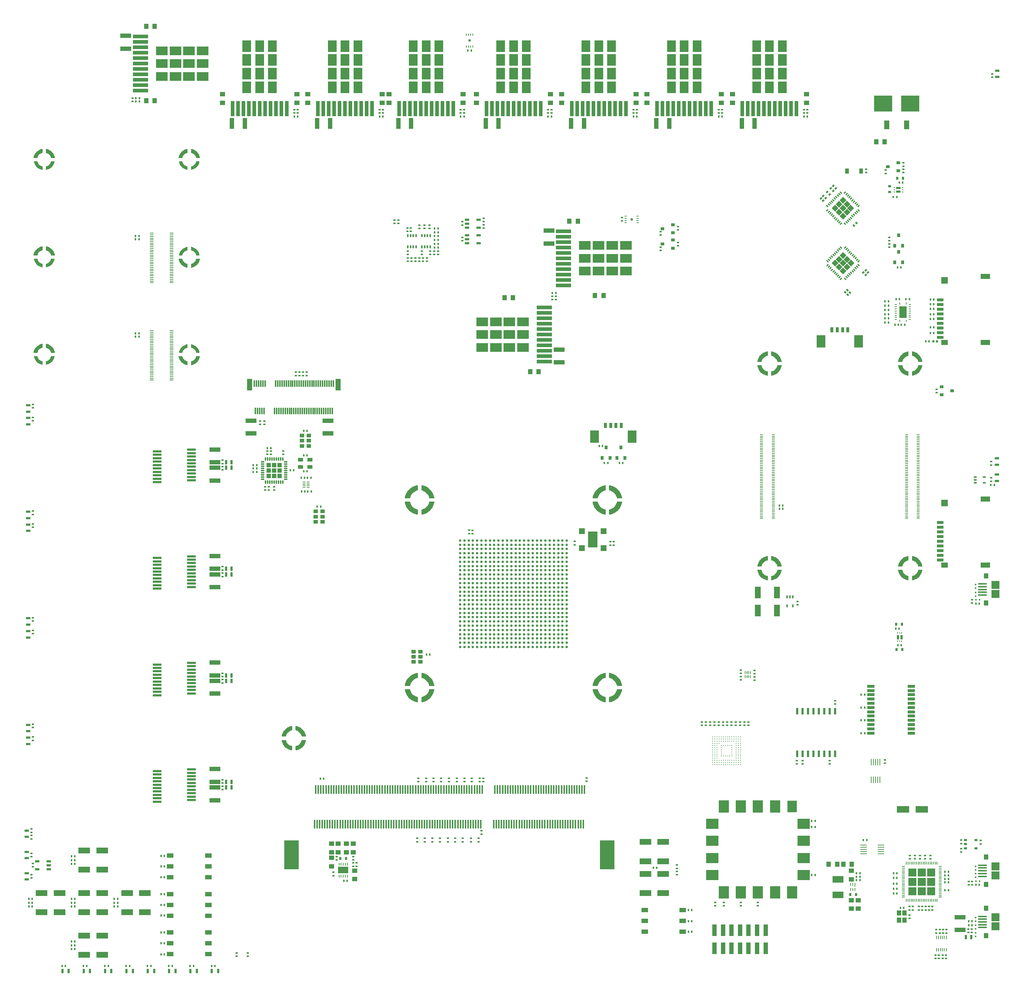
<source format=gtp>
G04*
G04 #@! TF.GenerationSoftware,Altium Limited,Altium Designer,22.10.1 (41)*
G04*
G04 Layer_Color=8421504*
%FSAX44Y44*%
%MOMM*%
G71*
G04*
G04 #@! TF.SameCoordinates,DE53FB45-10EF-425E-BF10-0DC1053688B5*
G04*
G04*
G04 #@! TF.FilePolarity,Positive*
G04*
G01*
G75*
%ADD28R,2.7000X2.0000*%
%ADD29R,2.0000X2.7000*%
%ADD30R,1.8800X1.8800*%
%ADD31R,1.8800X1.8800*%
%ADD32R,1.8800X1.8800*%
%ADD33P,1.5556X4X180.0*%
%ADD34P,1.5556X4X90.0*%
%ADD35R,1.1000X0.5500*%
%ADD36R,1.1000X1.1000*%
%ADD37R,1.1000X1.1000*%
%ADD38R,1.1000X1.1000*%
%ADD39R,0.5500X1.1000*%
%ADD40R,0.9300X0.2300*%
G04:AMPARAMS|DCode=41|XSize=0.85mm|YSize=3.6mm|CornerRadius=0.051mm|HoleSize=0mm|Usage=FLASHONLY|Rotation=90.000|XOffset=0mm|YOffset=0mm|HoleType=Round|Shape=RoundedRectangle|*
%AMROUNDEDRECTD41*
21,1,0.8500,3.4980,0,0,90.0*
21,1,0.7480,3.6000,0,0,90.0*
1,1,0.1020,1.7490,0.3740*
1,1,0.1020,1.7490,-0.3740*
1,1,0.1020,-1.7490,-0.3740*
1,1,0.1020,-1.7490,0.3740*
%
%ADD41ROUNDEDRECTD41*%
G04:AMPARAMS|DCode=42|XSize=0.85mm|YSize=3.6mm|CornerRadius=0.051mm|HoleSize=0mm|Usage=FLASHONLY|Rotation=180.000|XOffset=0mm|YOffset=0mm|HoleType=Round|Shape=RoundedRectangle|*
%AMROUNDEDRECTD42*
21,1,0.8500,3.4980,0,0,180.0*
21,1,0.7480,3.6000,0,0,180.0*
1,1,0.1020,-0.3740,1.7490*
1,1,0.1020,0.3740,1.7490*
1,1,0.1020,0.3740,-1.7490*
1,1,0.1020,-0.3740,-1.7490*
%
%ADD42ROUNDEDRECTD42*%
G04:AMPARAMS|DCode=43|XSize=1.5376mm|YSize=0.2525mm|CornerRadius=0.1262mm|HoleSize=0mm|Usage=FLASHONLY|Rotation=270.000|XOffset=0mm|YOffset=0mm|HoleType=Round|Shape=RoundedRectangle|*
%AMROUNDEDRECTD43*
21,1,1.5376,0.0000,0,0,270.0*
21,1,1.2851,0.2525,0,0,270.0*
1,1,0.2525,0.0000,-0.6425*
1,1,0.2525,0.0000,0.6425*
1,1,0.2525,0.0000,0.6425*
1,1,0.2525,0.0000,-0.6425*
%
%ADD43ROUNDEDRECTD43*%
%ADD44R,0.2525X1.5376*%
%ADD45R,0.3800X0.4800*%
%ADD46R,1.6000X0.7000*%
%ADD47R,2.2000X1.2000*%
%ADD48R,1.5000X1.2000*%
%ADD49R,1.5000X1.6000*%
%ADD50R,1.0000X1.2000*%
%ADD51R,2.1000X0.4000*%
%ADD52R,1.9000X1.9000*%
%ADD53R,0.4800X0.3800*%
%ADD54R,0.4100X0.3600*%
%ADD55R,0.3600X0.4100*%
%ADD56R,3.0000X1.6000*%
%ADD57R,1.0000X1.2500*%
%ADD58R,2.5000X1.0000*%
%ADD59R,1.2000X2.0700*%
%ADD60R,0.3500X2.0000*%
%ADD61R,3.5000X6.8000*%
%ADD62R,2.0000X0.6000*%
%ADD63R,0.3000X1.5500*%
%ADD64R,1.2000X2.7500*%
%ADD65R,0.8000X1.3000*%
%ADD66R,2.1000X3.0000*%
%ADD67R,1.0000X2.7500*%
%ADD68R,2.5000X1.5000*%
%ADD69R,1.5000X1.1000*%
%ADD70R,2.8000X1.4000*%
%ADD71R,1.7800X0.6400*%
%ADD72C,0.6000*%
G04:AMPARAMS|DCode=73|XSize=0.25mm|YSize=0.6mm|CornerRadius=0.0063mm|HoleSize=0mm|Usage=FLASHONLY|Rotation=0.000|XOffset=0mm|YOffset=0mm|HoleType=Round|Shape=RoundedRectangle|*
%AMROUNDEDRECTD73*
21,1,0.2500,0.5875,0,0,0.0*
21,1,0.2375,0.6000,0,0,0.0*
1,1,0.0125,0.1188,-0.2938*
1,1,0.0125,-0.1188,-0.2938*
1,1,0.0125,-0.1188,0.2938*
1,1,0.0125,0.1188,0.2938*
%
%ADD73ROUNDEDRECTD73*%
%ADD74R,2.4000X1.6500*%
%ADD75R,0.4000X0.8000*%
%ADD76R,0.2800X0.8500*%
%ADD77R,0.2800X0.7500*%
%ADD78O,0.2000X0.7000*%
%ADD79O,0.7000X0.2000*%
%ADD80R,0.8000X0.5500*%
G04:AMPARAMS|DCode=81|XSize=1.5376mm|YSize=0.2525mm|CornerRadius=0.1262mm|HoleSize=0mm|Usage=FLASHONLY|Rotation=0.000|XOffset=0mm|YOffset=0mm|HoleType=Round|Shape=RoundedRectangle|*
%AMROUNDEDRECTD81*
21,1,1.5376,0.0000,0,0,0.0*
21,1,1.2851,0.2525,0,0,0.0*
1,1,0.2525,0.6425,0.0000*
1,1,0.2525,-0.6425,0.0000*
1,1,0.2525,-0.6425,0.0000*
1,1,0.2525,0.6425,0.0000*
%
%ADD81ROUNDEDRECTD81*%
%ADD82R,1.5376X0.2525*%
G04:AMPARAMS|DCode=83|XSize=2.8mm|YSize=2.3mm|CornerRadius=0mm|HoleSize=0mm|Usage=FLASHONLY|Rotation=0.000|XOffset=0mm|YOffset=0mm|HoleType=Round|Shape=RoundedRectangle|*
%AMROUNDEDRECTD83*
21,1,2.8000,2.3000,0,0,0.0*
21,1,2.8000,2.3000,0,0,0.0*
1,1,0.0000,1.4000,-1.1500*
1,1,0.0000,-1.4000,-1.1500*
1,1,0.0000,-1.4000,1.1500*
1,1,0.0000,1.4000,1.1500*
%
%ADD83ROUNDEDRECTD83*%
%ADD84R,2.3000X2.8000*%
G04:AMPARAMS|DCode=85|XSize=2.8mm|YSize=2.3mm|CornerRadius=0mm|HoleSize=0mm|Usage=FLASHONLY|Rotation=270.000|XOffset=0mm|YOffset=0mm|HoleType=Round|Shape=RoundedRectangle|*
%AMROUNDEDRECTD85*
21,1,2.8000,2.3000,0,0,270.0*
21,1,2.8000,2.3000,0,0,270.0*
1,1,0.0000,-1.1500,-1.4000*
1,1,0.0000,-1.1500,1.4000*
1,1,0.0000,1.1500,1.4000*
1,1,0.0000,1.1500,-1.4000*
%
%ADD85ROUNDEDRECTD85*%
G04:AMPARAMS|DCode=86|XSize=0.8397mm|YSize=0.2225mm|CornerRadius=0.1112mm|HoleSize=0mm|Usage=FLASHONLY|Rotation=270.000|XOffset=0mm|YOffset=0mm|HoleType=Round|Shape=RoundedRectangle|*
%AMROUNDEDRECTD86*
21,1,0.8397,0.0000,0,0,270.0*
21,1,0.6172,0.2225,0,0,270.0*
1,1,0.2225,0.0000,-0.3086*
1,1,0.2225,0.0000,0.3086*
1,1,0.2225,0.0000,0.3086*
1,1,0.2225,0.0000,-0.3086*
%
%ADD86ROUNDEDRECTD86*%
%ADD87R,0.2225X0.8397*%
%ADD88R,0.6000X1.6500*%
%ADD89R,0.6000X0.2900*%
%ADD90R,0.2900X0.6000*%
%ADD91R,1.8000X2.8000*%
G04:AMPARAMS|DCode=92|XSize=0.3mm|YSize=0.725mm|CornerRadius=0mm|HoleSize=0mm|Usage=FLASHONLY|Rotation=135.000|XOffset=0mm|YOffset=0mm|HoleType=Round|Shape=Round|*
%AMOVALD92*
21,1,0.4250,0.3000,0.0000,0.0000,225.0*
1,1,0.3000,0.1503,0.1503*
1,1,0.3000,-0.1503,-0.1503*
%
%ADD92OVALD92*%

G04:AMPARAMS|DCode=93|XSize=0.3mm|YSize=0.725mm|CornerRadius=0mm|HoleSize=0mm|Usage=FLASHONLY|Rotation=225.000|XOffset=0mm|YOffset=0mm|HoleType=Round|Shape=Round|*
%AMOVALD93*
21,1,0.4250,0.3000,0.0000,0.0000,315.0*
1,1,0.3000,-0.1503,0.1503*
1,1,0.3000,0.1503,-0.1503*
%
%ADD93OVALD93*%

%ADD94R,0.3500X0.2500*%
%ADD95O,0.9000X0.3000*%
%ADD96O,0.3000X0.9000*%
%ADD97R,0.7000X0.2000*%
%ADD98R,0.6250X0.2500*%
%ADD99R,0.6000X0.6000*%
%ADD100R,1.0000X0.5000*%
%ADD101R,2.2000X3.7000*%
%ADD102R,1.4000X1.4000*%
%ADD103R,1.2000X0.9500*%
%ADD104R,1.1000X0.9000*%
%ADD105R,0.6000X0.5500*%
%ADD106R,1.1000X0.5500*%
%ADD107R,4.2400X3.8100*%
%ADD108R,0.9500X0.6500*%
%ADD109C,0.2500*%
%ADD110R,1.2500X1.0000*%
%ADD111R,1.0000X2.5000*%
%ADD112R,0.9100X1.2200*%
%ADD113R,0.2000X0.7000*%
%ADD114R,0.8000X0.4000*%
G04:AMPARAMS|DCode=115|XSize=0.48mm|YSize=0.38mm|CornerRadius=0mm|HoleSize=0mm|Usage=FLASHONLY|Rotation=45.000|XOffset=0mm|YOffset=0mm|HoleType=Round|Shape=Rectangle|*
%AMROTATEDRECTD115*
4,1,4,-0.0354,-0.3041,-0.3041,-0.0354,0.0354,0.3041,0.3041,0.0354,-0.0354,-0.3041,0.0*
%
%ADD115ROTATEDRECTD115*%

G04:AMPARAMS|DCode=116|XSize=0.48mm|YSize=0.38mm|CornerRadius=0mm|HoleSize=0mm|Usage=FLASHONLY|Rotation=135.000|XOffset=0mm|YOffset=0mm|HoleType=Round|Shape=Rectangle|*
%AMROTATEDRECTD116*
4,1,4,0.3041,-0.0354,0.0354,-0.3041,-0.3041,0.0354,-0.0354,0.3041,0.3041,-0.0354,0.0*
%
%ADD116ROTATEDRECTD116*%

%ADD117R,0.2500X0.6250*%
%ADD118R,0.6000X0.6000*%
%ADD119R,0.8000X0.6300*%
%ADD120R,0.6300X0.8000*%
%ADD121R,0.2500X0.3500*%
%ADD122R,0.5500X1.1000*%
%ADD123R,0.6500X0.9500*%
%ADD124R,0.5500X1.0000*%
%ADD125R,1.4000X2.8000*%
G36*
X00374000Y01922600D02*
X00374000Y01922600D01*
D01*
X00374000Y01922600D01*
D02*
G37*
G36*
X00034000D02*
X00034000Y01922600D01*
D01*
X00034000Y01922600D01*
D02*
G37*
G36*
X00395994Y01943369D02*
X00399849Y01942248D01*
X00403463Y01940500D01*
X00406736Y01938174D01*
X00409575Y01935336D01*
X00411900Y01932063D01*
X00413648Y01928449D01*
X00414769Y01924594D01*
X00415000Y01922600D01*
X00415000D01*
X00415000Y01922600D01*
Y01922600D01*
X00406001Y01922599D01*
X00405761Y01923703D01*
X00405033Y01925839D01*
X00403990Y01927839D01*
X00402655Y01929659D01*
X00401059Y01931254D01*
X00399240Y01932589D01*
X00397239Y01933632D01*
X00395103Y01934360D01*
X00394000Y01934600D01*
X00394000Y01934600D01*
X00394000Y01943600D01*
X00395994Y01943369D01*
D02*
G37*
G36*
X00055994D02*
X00059849Y01942248D01*
X00063463Y01940500D01*
X00066736Y01938174D01*
X00069575Y01935336D01*
X00071900Y01932063D01*
X00073648Y01928449D01*
X00074769Y01924594D01*
X00075000Y01922600D01*
X00075000D01*
X00075000Y01922600D01*
Y01922600D01*
X00066001Y01922599D01*
X00065761Y01923703D01*
X00065033Y01925839D01*
X00063990Y01927839D01*
X00062655Y01929659D01*
X00061059Y01931254D01*
X00059240Y01932589D01*
X00057239Y01933632D01*
X00055103Y01934360D01*
X00054000Y01934600D01*
X00054000Y01934600D01*
X00054000Y01943600D01*
X00055994Y01943369D01*
D02*
G37*
G36*
X00386001Y01934601D02*
X00384897Y01934361D01*
X00382761Y01933633D01*
X00380760Y01932590D01*
X00378941Y01931255D01*
X00377346Y01929659D01*
X00376011Y01927840D01*
X00374967Y01925839D01*
X00374240Y01923703D01*
X00374000Y01922600D01*
X00365000Y01922600D01*
X00365231Y01924594D01*
X00366352Y01928449D01*
X00368100Y01932063D01*
X00370425Y01935336D01*
X00373264Y01938175D01*
X00376536Y01940500D01*
X00380151Y01942248D01*
X00384006Y01943369D01*
X00386000Y01943600D01*
X00386000Y01943600D01*
X00386001Y01934601D01*
D02*
G37*
G36*
X00046000D02*
X00044897Y01934361D01*
X00042761Y01933633D01*
X00040760Y01932590D01*
X00038941Y01931255D01*
X00037346Y01929659D01*
X00036011Y01927840D01*
X00034968Y01925839D01*
X00034240Y01923703D01*
X00034000Y01922600D01*
X00025000Y01922600D01*
X00025231Y01924594D01*
X00026352Y01928449D01*
X00028100Y01932063D01*
X00030425Y01935336D01*
X00033264Y01938175D01*
X00036537Y01940500D01*
X00040151Y01942248D01*
X00044006Y01943369D01*
X00046000Y01943600D01*
X00046000Y01943600D01*
X00046000Y01934601D01*
D02*
G37*
G36*
X00374239Y01913497D02*
X00374967Y01911361D01*
X00376010Y01909361D01*
X00377345Y01907541D01*
X00378940Y01905946D01*
X00380760Y01904611D01*
X00382761Y01903568D01*
X00384896Y01902840D01*
X00386000Y01902600D01*
X00386000Y01902600D01*
X00386000Y01894600D01*
X00384101Y01894821D01*
X00380429Y01895888D01*
X00376987Y01897552D01*
X00373871Y01899767D01*
X00371167Y01902471D01*
X00368952Y01905587D01*
X00367287Y01909030D01*
X00366220Y01912701D01*
X00366000Y01914600D01*
X00366000Y01914600D01*
X00373999Y01914601D01*
X00374239Y01913497D01*
D02*
G37*
G36*
X00034239D02*
X00034967Y01911361D01*
X00036010Y01909361D01*
X00037345Y01907541D01*
X00038940Y01905946D01*
X00040760Y01904611D01*
X00042761Y01903568D01*
X00044896Y01902840D01*
X00046000Y01902600D01*
X00046000Y01902600D01*
X00046000Y01894600D01*
X00044101Y01894821D01*
X00040429Y01895888D01*
X00036987Y01897552D01*
X00033871Y01899767D01*
X00031167Y01902471D01*
X00028952Y01905587D01*
X00027287Y01909030D01*
X00026220Y01912701D01*
X00026000Y01914600D01*
X00026000Y01914600D01*
X00033999Y01914601D01*
X00034239Y01913497D01*
D02*
G37*
G36*
X00413780Y01912701D02*
X00412712Y01909029D01*
X00411048Y01905587D01*
X00408833Y01902471D01*
X00406129Y01899767D01*
X00403013Y01897552D01*
X00399571Y01895887D01*
X00395899Y01894820D01*
X00394000Y01894600D01*
X00393999Y01902599D01*
X00395103Y01902839D01*
X00397239Y01903567D01*
X00399239Y01904610D01*
X00401059Y01905945D01*
X00402654Y01907540D01*
X00403989Y01909360D01*
X00405032Y01911360D01*
X00405760Y01913497D01*
X00406000Y01914600D01*
X00406000Y01914600D01*
X00414000Y01914600D01*
X00413780Y01912701D01*
D02*
G37*
G36*
X00073780D02*
X00072712Y01909029D01*
X00071048Y01905587D01*
X00068833Y01902471D01*
X00066129Y01899767D01*
X00063013Y01897552D01*
X00059570Y01895887D01*
X00055899Y01894820D01*
X00054000Y01894600D01*
X00053999Y01902599D01*
X00055103Y01902839D01*
X00057239Y01903567D01*
X00059239Y01904610D01*
X00061059Y01905945D01*
X00062654Y01907540D01*
X00063989Y01909360D01*
X00065032Y01911360D01*
X00065760Y01913497D01*
X00066000Y01914600D01*
X00066000Y01914600D01*
X00074000Y01914600D01*
X00073780Y01912701D01*
D02*
G37*
G36*
X00394000Y01894600D02*
X00394000Y01894600D01*
X00394000D01*
Y01894600D01*
D02*
G37*
G36*
X00054000D02*
X00054000Y01894600D01*
X00054000D01*
Y01894600D01*
D02*
G37*
G36*
X00034000Y01694000D02*
X00034000Y01694000D01*
D01*
X00034000Y01694000D01*
D02*
G37*
G36*
X00386000Y01714000D02*
X00386000D01*
X00386001Y01706001D01*
X00384897Y01705761D01*
X00382761Y01705033D01*
X00380761Y01703990D01*
X00378941Y01702655D01*
X00377346Y01701060D01*
X00376011Y01699240D01*
X00374968Y01697240D01*
X00374240Y01695103D01*
X00374000Y01694000D01*
X00374000D01*
X00366000Y01694000D01*
X00366220Y01695899D01*
X00367288Y01699571D01*
X00368952Y01703013D01*
X00371167Y01706129D01*
X00373871Y01708833D01*
X00376987Y01711048D01*
X00380429Y01712713D01*
X00384101Y01713780D01*
X00386000Y01714000D01*
Y01714000D01*
X00386000Y01714000D01*
D02*
G37*
G36*
X00055994Y01714769D02*
X00059849Y01713648D01*
X00063463Y01711900D01*
X00066736Y01709574D01*
X00069575Y01706736D01*
X00071900Y01703463D01*
X00073648Y01699849D01*
X00074769Y01695994D01*
X00075000Y01694000D01*
X00075000D01*
X00075000Y01694000D01*
Y01694000D01*
X00066001Y01693999D01*
X00065761Y01695103D01*
X00065033Y01697239D01*
X00063990Y01699239D01*
X00062655Y01701059D01*
X00061059Y01702654D01*
X00059240Y01703989D01*
X00057239Y01705032D01*
X00055103Y01705760D01*
X00054000Y01706000D01*
X00054000Y01706000D01*
X00054000Y01715000D01*
X00055994Y01714769D01*
D02*
G37*
G36*
X00046000Y01706001D02*
X00044897Y01705761D01*
X00042761Y01705033D01*
X00040760Y01703990D01*
X00038941Y01702655D01*
X00037346Y01701060D01*
X00036011Y01699240D01*
X00034968Y01697239D01*
X00034240Y01695103D01*
X00034000Y01694000D01*
X00025000Y01694000D01*
X00025231Y01695994D01*
X00026352Y01699849D01*
X00028100Y01703463D01*
X00030425Y01706736D01*
X00033264Y01709575D01*
X00036537Y01711900D01*
X00040151Y01713648D01*
X00044006Y01714769D01*
X00046000Y01715000D01*
X00046000Y01715000D01*
X00046000Y01706001D01*
D02*
G37*
G36*
X00395899Y01713779D02*
X00399571Y01712712D01*
X00403013Y01711048D01*
X00406129Y01708833D01*
X00408833Y01706129D01*
X00411048Y01703013D01*
X00412713Y01699570D01*
X00413780Y01695899D01*
X00414000Y01694000D01*
X00414000D01*
X00406001Y01693999D01*
X00405761Y01695103D01*
X00405033Y01697239D01*
X00403990Y01699239D01*
X00402655Y01701059D01*
X00401060Y01702654D01*
X00399240Y01703989D01*
X00397239Y01705032D01*
X00395104Y01705760D01*
X00394000Y01706000D01*
X00394000D01*
X00394000Y01714000D01*
X00395899Y01713779D01*
D02*
G37*
G36*
X00414769Y01684006D02*
X00413648Y01680151D01*
X00411900Y01676537D01*
X00409575Y01673264D01*
X00406736Y01670425D01*
X00403464Y01668100D01*
X00399849Y01666352D01*
X00395994Y01665231D01*
X00394000Y01665000D01*
Y01665000D01*
X00393999Y01673999D01*
X00395103Y01674239D01*
X00397239Y01674967D01*
X00399240Y01676010D01*
X00401059Y01677345D01*
X00402654Y01678940D01*
X00403989Y01680760D01*
X00405033Y01682761D01*
X00405760Y01684897D01*
X00406000Y01686000D01*
Y01686000D01*
X00415000Y01686000D01*
X00414769Y01684006D01*
D02*
G37*
G36*
X00034239Y01684897D02*
X00034967Y01682761D01*
X00036010Y01680760D01*
X00037345Y01678941D01*
X00038940Y01677346D01*
X00040760Y01676011D01*
X00042761Y01674967D01*
X00044896Y01674240D01*
X00046000Y01674000D01*
X00046000Y01674000D01*
X00046000Y01666000D01*
X00044101Y01666221D01*
X00040429Y01667288D01*
X00036987Y01668952D01*
X00033871Y01671167D01*
X00031167Y01673871D01*
X00028952Y01676987D01*
X00027287Y01680430D01*
X00026220Y01684101D01*
X00026000Y01686000D01*
X00026000Y01686000D01*
X00033999Y01686001D01*
X00034239Y01684897D01*
D02*
G37*
G36*
X00073780Y01684101D02*
X00072712Y01680429D01*
X00071048Y01676987D01*
X00068833Y01673871D01*
X00066129Y01671167D01*
X00063013Y01668952D01*
X00059570Y01667287D01*
X00055899Y01666220D01*
X00054000Y01666000D01*
X00053999Y01673999D01*
X00055103Y01674239D01*
X00057239Y01674967D01*
X00059239Y01676010D01*
X00061059Y01677345D01*
X00062654Y01678940D01*
X00063989Y01680760D01*
X00065032Y01682760D01*
X00065760Y01684897D01*
X00066000Y01686000D01*
X00066000Y01686000D01*
X00074000Y01686000D01*
X00073780Y01684101D01*
D02*
G37*
G36*
X00054000Y01666000D02*
X00054000Y01666000D01*
X00054000D01*
Y01666000D01*
D02*
G37*
G36*
X00374239Y01684897D02*
X00374967Y01682761D01*
X00376010Y01680761D01*
X00377345Y01678941D01*
X00378941Y01677346D01*
X00380760Y01676011D01*
X00382761Y01674968D01*
X00384897Y01674240D01*
X00386000Y01674000D01*
X00386000Y01674000D01*
X00386000Y01665000D01*
X00384006Y01665231D01*
X00380151Y01666352D01*
X00376537Y01668100D01*
X00373264Y01670426D01*
X00370425Y01673264D01*
X00368100Y01676537D01*
X00366352Y01680151D01*
X00365231Y01684006D01*
X00365000Y01686000D01*
X00365000D01*
X00373999Y01686001D01*
X00374239Y01684897D01*
D02*
G37*
G36*
X00034000Y01465400D02*
X00034000Y01465400D01*
D01*
X00034000Y01465400D01*
D02*
G37*
G36*
X00386000Y01485400D02*
X00386000D01*
X00386001Y01477401D01*
X00384897Y01477161D01*
X00382761Y01476433D01*
X00380761Y01475390D01*
X00378941Y01474055D01*
X00377346Y01472460D01*
X00376011Y01470640D01*
X00374968Y01468640D01*
X00374240Y01466503D01*
X00374000Y01465400D01*
X00374000D01*
X00366000Y01465400D01*
X00366220Y01467299D01*
X00367288Y01470971D01*
X00368952Y01474413D01*
X00371167Y01477529D01*
X00373871Y01480233D01*
X00376987Y01482448D01*
X00380429Y01484113D01*
X00384101Y01485180D01*
X00386000Y01485400D01*
Y01485400D01*
X00386000Y01485400D01*
D02*
G37*
G36*
X00055994Y01486169D02*
X00059849Y01485048D01*
X00063463Y01483300D01*
X00066736Y01480974D01*
X00069575Y01478136D01*
X00071900Y01474863D01*
X00073648Y01471249D01*
X00074769Y01467394D01*
X00075000Y01465400D01*
X00075000D01*
X00075000Y01465400D01*
Y01465400D01*
X00066001Y01465399D01*
X00065761Y01466503D01*
X00065033Y01468639D01*
X00063990Y01470639D01*
X00062655Y01472459D01*
X00061059Y01474054D01*
X00059240Y01475389D01*
X00057239Y01476432D01*
X00055103Y01477160D01*
X00054000Y01477400D01*
X00054000Y01477400D01*
X00054000Y01486400D01*
X00055994Y01486169D01*
D02*
G37*
G36*
X00046000Y01477401D02*
X00044897Y01477161D01*
X00042761Y01476433D01*
X00040760Y01475390D01*
X00038941Y01474055D01*
X00037346Y01472460D01*
X00036011Y01470640D01*
X00034968Y01468639D01*
X00034240Y01466503D01*
X00034000Y01465400D01*
X00025000Y01465400D01*
X00025231Y01467394D01*
X00026352Y01471249D01*
X00028100Y01474863D01*
X00030425Y01478136D01*
X00033264Y01480975D01*
X00036537Y01483300D01*
X00040151Y01485048D01*
X00044006Y01486169D01*
X00046000Y01486400D01*
X00046000Y01486400D01*
X00046000Y01477401D01*
D02*
G37*
G36*
X00395899Y01485179D02*
X00399571Y01484112D01*
X00403013Y01482448D01*
X00406129Y01480233D01*
X00408833Y01477529D01*
X00411048Y01474413D01*
X00412713Y01470970D01*
X00413780Y01467299D01*
X00414000Y01465400D01*
X00414000D01*
X00406001Y01465399D01*
X00405761Y01466503D01*
X00405033Y01468639D01*
X00403990Y01470639D01*
X00402655Y01472459D01*
X00401060Y01474054D01*
X00399240Y01475389D01*
X00397239Y01476432D01*
X00395104Y01477160D01*
X00394000Y01477400D01*
X00394000D01*
X00394000Y01485400D01*
X00395899Y01485179D01*
D02*
G37*
G36*
X00414769Y01455406D02*
X00413648Y01451551D01*
X00411900Y01447937D01*
X00409575Y01444664D01*
X00406736Y01441825D01*
X00403464Y01439500D01*
X00399849Y01437752D01*
X00395994Y01436631D01*
X00394000Y01436400D01*
Y01436400D01*
X00393999Y01445399D01*
X00395103Y01445639D01*
X00397239Y01446367D01*
X00399240Y01447410D01*
X00401059Y01448745D01*
X00402654Y01450341D01*
X00403989Y01452160D01*
X00405033Y01454161D01*
X00405760Y01456297D01*
X00406000Y01457400D01*
Y01457400D01*
X00415000Y01457400D01*
X00414769Y01455406D01*
D02*
G37*
G36*
X01756326Y01468230D02*
X01760824Y01466923D01*
X01765040Y01464884D01*
X01768858Y01462170D01*
X01772170Y01458858D01*
X01774884Y01455041D01*
X01776922Y01450824D01*
X01778230Y01446327D01*
X01778500Y01444000D01*
X01778500D01*
X01778500Y01444000D01*
Y01444000D01*
X01768500Y01444000D01*
X01768211Y01445333D01*
X01767332Y01447914D01*
X01766071Y01450331D01*
X01764458Y01452529D01*
X01762530Y01454457D01*
X01760332Y01456070D01*
X01757914Y01457331D01*
X01755333Y01458210D01*
X01754000Y01458500D01*
X01754000D01*
X01754000Y01468500D01*
X01756326Y01468230D01*
D02*
G37*
G36*
X02086326Y01468230D02*
X02090824Y01466923D01*
X02095040Y01464884D01*
X02098858Y01462170D01*
X02102170Y01458858D01*
X02104884Y01455041D01*
X02106922Y01450824D01*
X02108230Y01446327D01*
X02108500Y01444000D01*
X02108500D01*
X02108500Y01444000D01*
Y01444000D01*
X02098500Y01444000D01*
X02098211Y01445333D01*
X02097332Y01447914D01*
X02096071Y01450331D01*
X02094458Y01452529D01*
X02092530Y01454457D01*
X02090332Y01456070D01*
X02087914Y01457331D01*
X02085333Y01458210D01*
X02084000Y01458500D01*
X02084000D01*
X02084000Y01468500D01*
X02086326Y01468230D01*
D02*
G37*
G36*
X01746000Y01458500D02*
X01744667Y01458211D01*
X01742086Y01457332D01*
X01739669Y01456071D01*
X01737471Y01454458D01*
X01735543Y01452530D01*
X01733930Y01450332D01*
X01732669Y01447914D01*
X01731790Y01445333D01*
X01731500Y01444000D01*
Y01444000D01*
X01721500Y01444000D01*
X01721770Y01446326D01*
X01723077Y01450824D01*
X01725116Y01455040D01*
X01727830Y01458858D01*
X01731142Y01462170D01*
X01734959Y01464884D01*
X01739176Y01466922D01*
X01743673Y01468230D01*
X01746000Y01468500D01*
Y01468500D01*
X01746000Y01458500D01*
D02*
G37*
G36*
X02076000Y01458500D02*
X02074667Y01458211D01*
X02072086Y01457332D01*
X02069669Y01456071D01*
X02067471Y01454458D01*
X02065543Y01452530D01*
X02063930Y01450332D01*
X02062669Y01447914D01*
X02061790Y01445333D01*
X02061500Y01444000D01*
Y01444000D01*
X02051500Y01444000D01*
X02051770Y01446326D01*
X02053077Y01450824D01*
X02055116Y01455040D01*
X02057830Y01458858D01*
X02061142Y01462170D01*
X02064959Y01464884D01*
X02069176Y01466922D01*
X02073673Y01468230D01*
X02076000Y01468500D01*
Y01468500D01*
X02076000Y01458500D01*
D02*
G37*
G36*
X00034239Y01456297D02*
X00034967Y01454161D01*
X00036010Y01452160D01*
X00037345Y01450341D01*
X00038940Y01448746D01*
X00040760Y01447411D01*
X00042761Y01446367D01*
X00044896Y01445640D01*
X00046000Y01445400D01*
X00046000Y01445400D01*
X00046000Y01437400D01*
X00044101Y01437621D01*
X00040429Y01438688D01*
X00036987Y01440352D01*
X00033871Y01442567D01*
X00031167Y01445271D01*
X00028952Y01448387D01*
X00027287Y01451830D01*
X00026220Y01455501D01*
X00026000Y01457400D01*
X00026000Y01457400D01*
X00033999Y01457401D01*
X00034239Y01456297D01*
D02*
G37*
G36*
X00073780Y01455501D02*
X00072712Y01451829D01*
X00071048Y01448387D01*
X00068833Y01445271D01*
X00066129Y01442567D01*
X00063013Y01440352D01*
X00059570Y01438687D01*
X00055899Y01437620D01*
X00054000Y01437400D01*
X00053999Y01445399D01*
X00055103Y01445639D01*
X00057239Y01446367D01*
X00059239Y01447410D01*
X00061059Y01448745D01*
X00062654Y01450340D01*
X00063989Y01452160D01*
X00065032Y01454160D01*
X00065760Y01456297D01*
X00066000Y01457400D01*
X00066000Y01457400D01*
X00074000Y01457400D01*
X00073780Y01455501D01*
D02*
G37*
G36*
X00054000Y01437400D02*
X00054000Y01437400D01*
X00054000D01*
Y01437400D01*
D02*
G37*
G36*
X00374239Y01456297D02*
X00374967Y01454161D01*
X00376010Y01452161D01*
X00377345Y01450341D01*
X00378941Y01448746D01*
X00380760Y01447411D01*
X00382761Y01446368D01*
X00384897Y01445640D01*
X00386000Y01445400D01*
X00386000Y01445400D01*
X00386000Y01436400D01*
X00384006Y01436631D01*
X00380151Y01437752D01*
X00376537Y01439500D01*
X00373264Y01441826D01*
X00370425Y01444664D01*
X00368100Y01447937D01*
X00366352Y01451551D01*
X00365231Y01455406D01*
X00365000Y01457400D01*
X00365000D01*
X00373999Y01457401D01*
X00374239Y01456297D01*
D02*
G37*
G36*
X01778230Y01433674D02*
X01776923Y01429176D01*
X01774884Y01424960D01*
X01772170Y01421142D01*
X01768858Y01417830D01*
X01765041Y01415116D01*
X01760824Y01413078D01*
X01756327Y01411770D01*
X01754000Y01411500D01*
X01754000Y01421500D01*
X01755333Y01421789D01*
X01757914Y01422668D01*
X01760331Y01423929D01*
X01762529Y01425542D01*
X01764457Y01427470D01*
X01766070Y01429668D01*
X01767331Y01432086D01*
X01768210Y01434667D01*
X01768500Y01436000D01*
Y01436000D01*
X01778500Y01436000D01*
X01778230Y01433674D01*
D02*
G37*
G36*
X02108230Y01433674D02*
X02106923Y01429176D01*
X02104884Y01424960D01*
X02102170Y01421142D01*
X02098858Y01417830D01*
X02095041Y01415116D01*
X02090824Y01413077D01*
X02086327Y01411770D01*
X02084000Y01411500D01*
X02084000Y01421500D01*
X02085333Y01421789D01*
X02087914Y01422668D01*
X02090331Y01423929D01*
X02092529Y01425542D01*
X02094457Y01427470D01*
X02096070Y01429668D01*
X02097331Y01432086D01*
X02098210Y01434667D01*
X02098500Y01436000D01*
Y01436000D01*
X02108500Y01436000D01*
X02108230Y01433674D01*
D02*
G37*
G36*
X01746000Y01421500D02*
X01746000D01*
Y01421500D01*
X01746000Y01421500D01*
D02*
G37*
G36*
X02076000Y01421500D02*
X02076000D01*
Y01421500D01*
X02076000Y01421500D01*
D02*
G37*
G36*
X01731789Y01434667D02*
X01732668Y01432086D01*
X01733929Y01429669D01*
X01735542Y01427471D01*
X01737470Y01425543D01*
X01739668Y01423930D01*
X01742086Y01422669D01*
X01744667Y01421790D01*
X01746000Y01421500D01*
X01746000Y01411500D01*
X01743674Y01411770D01*
X01739176Y01413077D01*
X01734960Y01415116D01*
X01731142Y01417830D01*
X01727830Y01421142D01*
X01725116Y01424959D01*
X01723078Y01429176D01*
X01721770Y01433673D01*
X01721500Y01436000D01*
X01721500D01*
X01731500Y01436000D01*
X01731789Y01434667D01*
D02*
G37*
G36*
X02061789Y01434667D02*
X02062668Y01432086D01*
X02063929Y01429669D01*
X02065542Y01427471D01*
X02067470Y01425543D01*
X02069668Y01423930D01*
X02072086Y01422669D01*
X02074667Y01421790D01*
X02076000Y01421500D01*
X02076000Y01411500D01*
X02073674Y01411770D01*
X02069176Y01413077D01*
X02064960Y01415116D01*
X02061142Y01417830D01*
X02057830Y01421142D01*
X02055116Y01424959D01*
X02053078Y01429176D01*
X02051770Y01433673D01*
X02051500Y01436000D01*
X02051500D01*
X02061500Y01436000D01*
X02061789Y01434667D01*
D02*
G37*
G36*
X01754000Y01411500D02*
X01754000Y01411500D01*
X01754000D01*
Y01411500D01*
D02*
G37*
G36*
X02084000Y01411500D02*
X02084000Y01411500D01*
X02084000D01*
Y01411500D01*
D02*
G37*
G36*
X01376896Y01154165D02*
X01382495Y01152537D01*
X01387744Y01149999D01*
X01392497Y01146621D01*
X01396620Y01142498D01*
X01399998Y01137745D01*
X01402537Y01132496D01*
X01404164Y01126897D01*
X01404500Y01124000D01*
X01392500Y01124000D01*
X01392130Y01125701D01*
X01391009Y01128994D01*
X01389400Y01132078D01*
X01387342Y01134883D01*
X01384883Y01137342D01*
X01382078Y01139400D01*
X01378994Y01141009D01*
X01375701Y01142130D01*
X01374000Y01142500D01*
X01374000Y01142500D01*
X01374000D01*
Y01154500D01*
X01376896Y01154165D01*
D02*
G37*
G36*
X00936896D02*
X00942495Y01152537D01*
X00947744Y01149999D01*
X00952497Y01146621D01*
X00956620Y01142498D01*
X00959998Y01137745D01*
X00962537Y01132496D01*
X00964165Y01126897D01*
X00964500Y01124000D01*
X00952500Y01124000D01*
X00952130Y01125701D01*
X00951009Y01128994D01*
X00949400Y01132078D01*
X00947342Y01134883D01*
X00944883Y01137342D01*
X00942078Y01139400D01*
X00938994Y01141009D01*
X00935701Y01142130D01*
X00934000Y01142500D01*
X00934000Y01142500D01*
X00934000D01*
Y01154500D01*
X00936896Y01154165D01*
D02*
G37*
G36*
X01366000Y01142500D02*
X01364299Y01142130D01*
X01361006Y01141009D01*
X01357922Y01139400D01*
X01355117Y01137342D01*
X01352658Y01134883D01*
X01350600Y01132078D01*
X01348991Y01128994D01*
X01347870Y01125701D01*
X01347500Y01124000D01*
Y01124000D01*
X01335500D01*
X01335835Y01126896D01*
X01337463Y01132495D01*
X01340001Y01137744D01*
X01343379Y01142497D01*
X01347502Y01146620D01*
X01352255Y01149998D01*
X01357504Y01152537D01*
X01363103Y01154165D01*
X01365999Y01154500D01*
X01366000D01*
X01366000Y01142500D01*
D02*
G37*
G36*
X00926000D02*
X00924299Y01142130D01*
X00921006Y01141009D01*
X00917922Y01139400D01*
X00915117Y01137342D01*
X00912658Y01134883D01*
X00910600Y01132078D01*
X00908991Y01128994D01*
X00907870Y01125701D01*
X00907500Y01124000D01*
Y01124000D01*
X00895500D01*
X00895835Y01126896D01*
X00897463Y01132495D01*
X00900001Y01137744D01*
X00903379Y01142497D01*
X00907502Y01146620D01*
X00912255Y01149998D01*
X00917504Y01152537D01*
X00923103Y01154165D01*
X00926000Y01154500D01*
X00926000D01*
X00926000Y01142500D01*
D02*
G37*
G36*
X01404500Y01116000D02*
X01404165Y01113104D01*
X01402537Y01107505D01*
X01399999Y01102256D01*
X01396621Y01097503D01*
X01392498Y01093380D01*
X01387745Y01090002D01*
X01382496Y01087463D01*
X01376897Y01085835D01*
X01374001Y01085500D01*
Y01085500D01*
X01374000Y01097500D01*
X01375701Y01097870D01*
X01378994Y01098991D01*
X01382078Y01100600D01*
X01384883Y01102658D01*
X01387342Y01105117D01*
X01389400Y01107922D01*
X01391009Y01111006D01*
X01392130Y01114299D01*
X01392500Y01116000D01*
X01392500D01*
Y01116000D01*
X01404500Y01116000D01*
D02*
G37*
G36*
X00964500D02*
X00964165Y01113104D01*
X00962537Y01107505D01*
X00959999Y01102256D01*
X00956621Y01097503D01*
X00952498Y01093380D01*
X00947745Y01090002D01*
X00942496Y01087463D01*
X00936897Y01085835D01*
X00934000Y01085500D01*
Y01085500D01*
X00934000Y01097500D01*
X00935701Y01097870D01*
X00938994Y01098991D01*
X00942078Y01100600D01*
X00944883Y01102658D01*
X00947342Y01105117D01*
X00949400Y01107922D01*
X00951009Y01111006D01*
X00952130Y01114299D01*
X00952500Y01116000D01*
X00952500D01*
Y01116000D01*
X00964500Y01116000D01*
D02*
G37*
G36*
X01347870Y01114299D02*
X01348991Y01111006D01*
X01350600Y01107922D01*
X01352658Y01105117D01*
X01355117Y01102658D01*
X01357922Y01100600D01*
X01361006Y01098991D01*
X01364299Y01097870D01*
X01366000Y01097500D01*
X01366000D01*
X01366000Y01085500D01*
X01363104Y01085835D01*
X01357505Y01087463D01*
X01352256Y01090001D01*
X01347503Y01093379D01*
X01343380Y01097502D01*
X01340002Y01102255D01*
X01337463Y01107504D01*
X01335836Y01113103D01*
X01335500Y01116000D01*
X01335500Y01116000D01*
X01347500Y01116000D01*
X01347870Y01114299D01*
D02*
G37*
G36*
X00907870D02*
X00908991Y01111006D01*
X00910600Y01107922D01*
X00912658Y01105117D01*
X00915117Y01102658D01*
X00917922Y01100600D01*
X00921006Y01098991D01*
X00924299Y01097870D01*
X00926000Y01097500D01*
X00926000D01*
X00926000Y01085500D01*
X00923104Y01085835D01*
X00917505Y01087463D01*
X00912256Y01090001D01*
X00907503Y01093379D01*
X00903380Y01097502D01*
X00900002Y01102255D01*
X00897463Y01107504D01*
X00895835Y01113103D01*
X00895500Y01116000D01*
X00895500Y01116000D01*
X00907500Y01116000D01*
X00907870Y01114299D01*
D02*
G37*
G36*
X01756326Y00988230D02*
X01760824Y00986923D01*
X01765040Y00984884D01*
X01768858Y00982170D01*
X01772170Y00978858D01*
X01774884Y00975041D01*
X01776922Y00970824D01*
X01778230Y00966327D01*
X01778500Y00964000D01*
X01778500D01*
X01778500Y00964000D01*
Y00964000D01*
X01768500Y00964000D01*
X01768211Y00965333D01*
X01767332Y00967914D01*
X01766071Y00970331D01*
X01764458Y00972529D01*
X01762530Y00974457D01*
X01760332Y00976070D01*
X01757914Y00977331D01*
X01755333Y00978210D01*
X01754000Y00978500D01*
X01754000D01*
X01754000Y00988500D01*
X01756326Y00988230D01*
D02*
G37*
G36*
X02086326Y00988230D02*
X02090824Y00986923D01*
X02095040Y00984884D01*
X02098858Y00982170D01*
X02102170Y00978858D01*
X02104884Y00975041D01*
X02106922Y00970824D01*
X02108230Y00966327D01*
X02108500Y00964000D01*
X02108500D01*
X02108500Y00964000D01*
Y00964000D01*
X02098500Y00963999D01*
X02098211Y00965333D01*
X02097332Y00967914D01*
X02096071Y00970331D01*
X02094458Y00972529D01*
X02092530Y00974457D01*
X02090332Y00976070D01*
X02087914Y00977331D01*
X02085333Y00978210D01*
X02084000Y00978500D01*
X02084000D01*
X02084000Y00988500D01*
X02086326Y00988230D01*
D02*
G37*
G36*
X01746000Y00978500D02*
X01744667Y00978211D01*
X01742086Y00977331D01*
X01739669Y00976071D01*
X01737471Y00974458D01*
X01735543Y00972530D01*
X01733930Y00970332D01*
X01732669Y00967914D01*
X01731790Y00965333D01*
X01731500Y00964000D01*
Y00964000D01*
X01721500Y00964000D01*
X01721770Y00966326D01*
X01723077Y00970824D01*
X01725116Y00975040D01*
X01727830Y00978858D01*
X01731142Y00982170D01*
X01734959Y00984883D01*
X01739176Y00986923D01*
X01743673Y00988230D01*
X01746000Y00988500D01*
Y00988500D01*
X01746000Y00978500D01*
D02*
G37*
G36*
X02076000Y00978500D02*
X02074667Y00978211D01*
X02072086Y00977331D01*
X02069669Y00976071D01*
X02067471Y00974458D01*
X02065543Y00972530D01*
X02063930Y00970332D01*
X02062669Y00967914D01*
X02061790Y00965333D01*
X02061500Y00964000D01*
Y00964000D01*
X02051500Y00964000D01*
X02051770Y00966326D01*
X02053077Y00970824D01*
X02055116Y00975040D01*
X02057830Y00978858D01*
X02061142Y00982170D01*
X02064959Y00984883D01*
X02069176Y00986923D01*
X02073673Y00988230D01*
X02076000Y00988500D01*
Y00988500D01*
X02076000Y00978500D01*
D02*
G37*
G36*
X01778230Y00953674D02*
X01776923Y00949176D01*
X01774884Y00944960D01*
X01772170Y00941142D01*
X01768858Y00937830D01*
X01765041Y00935117D01*
X01760824Y00933077D01*
X01756327Y00931770D01*
X01754000Y00931500D01*
X01754000Y00941500D01*
X01755333Y00941789D01*
X01757914Y00942669D01*
X01760331Y00943929D01*
X01762529Y00945542D01*
X01764457Y00947470D01*
X01766070Y00949668D01*
X01767331Y00952086D01*
X01768210Y00954667D01*
X01768500Y00956000D01*
Y00956000D01*
X01778500Y00956000D01*
X01778230Y00953674D01*
D02*
G37*
G36*
X02108230Y00953674D02*
X02106923Y00949176D01*
X02104884Y00944960D01*
X02102170Y00941142D01*
X02098858Y00937830D01*
X02095041Y00935117D01*
X02090824Y00933077D01*
X02086327Y00931770D01*
X02084000Y00931500D01*
X02084000Y00941500D01*
X02085333Y00941789D01*
X02087914Y00942668D01*
X02090331Y00943929D01*
X02092529Y00945542D01*
X02094457Y00947470D01*
X02096070Y00949668D01*
X02097331Y00952086D01*
X02098210Y00954667D01*
X02098500Y00956000D01*
Y00956000D01*
X02108500Y00956000D01*
X02108230Y00953674D01*
D02*
G37*
G36*
X01746000Y00941500D02*
X01746000D01*
Y00941500D01*
X01746000Y00941500D01*
D02*
G37*
G36*
X02076000Y00941500D02*
X02076000D01*
Y00941500D01*
X02076000Y00941500D01*
D02*
G37*
G36*
X01731789Y00954667D02*
X01732668Y00952086D01*
X01733929Y00949669D01*
X01735542Y00947471D01*
X01737470Y00945543D01*
X01739668Y00943930D01*
X01742086Y00942669D01*
X01744667Y00941790D01*
X01746000Y00941500D01*
X01746000Y00931500D01*
X01743674Y00931770D01*
X01739176Y00933077D01*
X01734960Y00935116D01*
X01731142Y00937830D01*
X01727830Y00941142D01*
X01725116Y00944959D01*
X01723078Y00949176D01*
X01721770Y00953673D01*
X01721500Y00956000D01*
X01721500D01*
X01731500Y00956000D01*
X01731789Y00954667D01*
D02*
G37*
G36*
X02061789Y00954667D02*
X02062668Y00952086D01*
X02063929Y00949669D01*
X02065542Y00947470D01*
X02067470Y00945543D01*
X02069668Y00943930D01*
X02072086Y00942669D01*
X02074667Y00941790D01*
X02076000Y00941500D01*
X02076000Y00931500D01*
X02073674Y00931770D01*
X02069176Y00933077D01*
X02064960Y00935116D01*
X02061142Y00937830D01*
X02057830Y00941142D01*
X02055116Y00944959D01*
X02053078Y00949176D01*
X02051770Y00953673D01*
X02051500Y00956000D01*
X02051500D01*
X02061500Y00956000D01*
X02061789Y00954667D01*
D02*
G37*
G36*
X01754000Y00931500D02*
X01754000Y00931500D01*
X01754000D01*
Y00931500D01*
D02*
G37*
G36*
X02084000Y00931500D02*
X02084000Y00931500D01*
X02084000D01*
Y00931500D01*
D02*
G37*
G36*
X01376896Y00714165D02*
X01382495Y00712537D01*
X01387744Y00709999D01*
X01392497Y00706621D01*
X01396620Y00702498D01*
X01399998Y00697745D01*
X01402537Y00692496D01*
X01404164Y00686897D01*
X01404500Y00684000D01*
X01392500Y00684000D01*
X01392130Y00685701D01*
X01391009Y00688994D01*
X01389400Y00692078D01*
X01387342Y00694883D01*
X01384883Y00697342D01*
X01382078Y00699400D01*
X01378994Y00701009D01*
X01375701Y00702130D01*
X01374000Y00702500D01*
X01374000Y00702500D01*
X01374000D01*
Y00714500D01*
X01376896Y00714165D01*
D02*
G37*
G36*
X00936896D02*
X00942495Y00712537D01*
X00947744Y00709999D01*
X00952497Y00706621D01*
X00956620Y00702498D01*
X00959998Y00697745D01*
X00962537Y00692496D01*
X00964165Y00686897D01*
X00964500Y00684000D01*
X00952500Y00684000D01*
X00952130Y00685701D01*
X00951009Y00688994D01*
X00949400Y00692078D01*
X00947342Y00694883D01*
X00944883Y00697342D01*
X00942078Y00699400D01*
X00938994Y00701009D01*
X00935701Y00702130D01*
X00934000Y00702500D01*
X00934000Y00702500D01*
X00934000D01*
Y00714500D01*
X00936896Y00714165D01*
D02*
G37*
G36*
X01366000Y00702500D02*
X01364299Y00702130D01*
X01361006Y00701009D01*
X01357922Y00699400D01*
X01355117Y00697342D01*
X01352658Y00694883D01*
X01350600Y00692078D01*
X01348991Y00688994D01*
X01347870Y00685701D01*
X01347500Y00684000D01*
Y00684000D01*
X01335500D01*
X01335835Y00686896D01*
X01337463Y00692495D01*
X01340001Y00697744D01*
X01343379Y00702497D01*
X01347502Y00706620D01*
X01352255Y00709998D01*
X01357504Y00712537D01*
X01363103Y00714165D01*
X01365999Y00714500D01*
X01366000D01*
X01366000Y00702500D01*
D02*
G37*
G36*
X00926000D02*
X00924299Y00702130D01*
X00921006Y00701009D01*
X00917922Y00699400D01*
X00915117Y00697342D01*
X00912658Y00694883D01*
X00910600Y00692078D01*
X00908991Y00688994D01*
X00907870Y00685701D01*
X00907500Y00684000D01*
Y00684000D01*
X00895500D01*
X00895835Y00686896D01*
X00897463Y00692495D01*
X00900001Y00697744D01*
X00903379Y00702497D01*
X00907502Y00706620D01*
X00912255Y00709998D01*
X00917504Y00712537D01*
X00923103Y00714165D01*
X00926000Y00714500D01*
X00926000D01*
X00926000Y00702500D01*
D02*
G37*
G36*
X01404500Y00676000D02*
X01404165Y00673104D01*
X01402537Y00667505D01*
X01399999Y00662256D01*
X01396621Y00657503D01*
X01392498Y00653380D01*
X01387745Y00650002D01*
X01382496Y00647463D01*
X01376897Y00645835D01*
X01374001Y00645500D01*
Y00645500D01*
X01374000Y00657500D01*
X01375701Y00657870D01*
X01378994Y00658991D01*
X01382078Y00660600D01*
X01384883Y00662658D01*
X01387342Y00665117D01*
X01389400Y00667922D01*
X01391009Y00671006D01*
X01392130Y00674299D01*
X01392500Y00676000D01*
X01392500D01*
Y00676000D01*
X01404500Y00676000D01*
D02*
G37*
G36*
X00964500D02*
X00964165Y00673104D01*
X00962537Y00667505D01*
X00959999Y00662256D01*
X00956621Y00657503D01*
X00952498Y00653380D01*
X00947745Y00650002D01*
X00942496Y00647463D01*
X00936897Y00645835D01*
X00934000Y00645500D01*
Y00645500D01*
X00934000Y00657500D01*
X00935701Y00657870D01*
X00938994Y00658991D01*
X00942078Y00660600D01*
X00944883Y00662658D01*
X00947342Y00665117D01*
X00949400Y00667922D01*
X00951009Y00671006D01*
X00952130Y00674299D01*
X00952500Y00676000D01*
X00952500D01*
Y00676000D01*
X00964500Y00676000D01*
D02*
G37*
G36*
X01347870Y00674299D02*
X01348991Y00671006D01*
X01350600Y00667922D01*
X01352658Y00665117D01*
X01355117Y00662658D01*
X01357922Y00660600D01*
X01361006Y00658991D01*
X01364299Y00657870D01*
X01366000Y00657500D01*
X01366000D01*
X01366000Y00645500D01*
X01363104Y00645835D01*
X01357505Y00647463D01*
X01352256Y00650001D01*
X01347503Y00653379D01*
X01343380Y00657502D01*
X01340002Y00662255D01*
X01337463Y00667504D01*
X01335836Y00673103D01*
X01335500Y00676000D01*
X01335500Y00676000D01*
X01347500Y00676000D01*
X01347870Y00674299D01*
D02*
G37*
G36*
X00907870D02*
X00908991Y00671006D01*
X00910600Y00667922D01*
X00912658Y00665117D01*
X00915117Y00662658D01*
X00917922Y00660600D01*
X00921006Y00658991D01*
X00924299Y00657870D01*
X00926000Y00657500D01*
X00926000D01*
X00926000Y00645500D01*
X00923104Y00645835D01*
X00917505Y00647463D01*
X00912256Y00650001D01*
X00907503Y00653379D01*
X00903380Y00657502D01*
X00900002Y00662255D01*
X00897463Y00667504D01*
X00895835Y00673103D01*
X00895500Y00676000D01*
X00895500Y00676000D01*
X00907500Y00676000D01*
X00907870Y00674299D01*
D02*
G37*
G36*
X00641326Y00589230D02*
X00645824Y00587923D01*
X00650040Y00585884D01*
X00653858Y00583170D01*
X00657170Y00579858D01*
X00659883Y00576041D01*
X00661923Y00571824D01*
X00663230Y00567327D01*
X00663500Y00565000D01*
X00663500D01*
X00663500Y00565000D01*
Y00565000D01*
X00653500Y00565000D01*
X00653211Y00566333D01*
X00652331Y00568914D01*
X00651071Y00571331D01*
X00649458Y00573529D01*
X00647530Y00575457D01*
X00645332Y00577070D01*
X00642914Y00578331D01*
X00640333Y00579210D01*
X00639000Y00579500D01*
X00639000Y00579500D01*
X00639000Y00589500D01*
X00641326Y00589230D01*
D02*
G37*
G36*
X00631000Y00579500D02*
X00629667Y00579211D01*
X00627086Y00578331D01*
X00624669Y00577071D01*
X00622471Y00575458D01*
X00620543Y00573530D01*
X00618930Y00571332D01*
X00617669Y00568914D01*
X00616790Y00566333D01*
X00616500Y00565000D01*
D01*
X00616500Y00565000D01*
X00616500Y00565000D01*
X00606500Y00565000D01*
X00606770Y00567326D01*
X00608077Y00571824D01*
X00610116Y00576040D01*
X00612830Y00579858D01*
X00616142Y00583170D01*
X00619959Y00585883D01*
X00624176Y00587923D01*
X00628673Y00589230D01*
X00631000Y00589500D01*
Y00589500D01*
X00631000Y00579500D01*
D02*
G37*
G36*
X00663230Y00554674D02*
X00661923Y00550176D01*
X00659884Y00545960D01*
X00657170Y00542142D01*
X00653858Y00538830D01*
X00650041Y00536116D01*
X00645824Y00534077D01*
X00641327Y00532770D01*
X00639000Y00532500D01*
Y00532500D01*
X00639000Y00532500D01*
X00639000D01*
X00639000Y00542500D01*
X00640333Y00542789D01*
X00642914Y00543669D01*
X00645331Y00544929D01*
X00647529Y00546542D01*
X00649457Y00548470D01*
X00651070Y00550668D01*
X00652331Y00553086D01*
X00653210Y00555667D01*
X00653500Y00557000D01*
Y00557000D01*
X00663500Y00557000D01*
X00663230Y00554674D01*
D02*
G37*
G36*
X00616789Y00555667D02*
X00617668Y00553086D01*
X00618929Y00550669D01*
X00620542Y00548471D01*
X00622470Y00546543D01*
X00624668Y00544930D01*
X00627086Y00543669D01*
X00629667Y00542790D01*
X00631000Y00542500D01*
D01*
X00631000Y00542500D01*
X00631000Y00542500D01*
X00631000Y00532500D01*
X00628674Y00532770D01*
X00624176Y00534077D01*
X00619960Y00536116D01*
X00616142Y00538830D01*
X00612830Y00542142D01*
X00610117Y00545959D01*
X00608077Y00550176D01*
X00606770Y00554673D01*
X00606500Y00557000D01*
X00606500D01*
X00616500Y00557000D01*
X00616789Y00555667D01*
D02*
G37*
D28*
X00325500Y02144000D02*
D03*
X00357500D02*
D03*
Y02114000D02*
D03*
X00325500D02*
D03*
X00389500Y02144000D02*
D03*
Y02114000D02*
D03*
X00421500D02*
D03*
Y02144000D02*
D03*
X00325500Y02174000D02*
D03*
X00357500D02*
D03*
X00389500D02*
D03*
X00421500D02*
D03*
X01317500Y01687000D02*
D03*
X01349500D02*
D03*
Y01657000D02*
D03*
X01317500D02*
D03*
X01381500Y01687000D02*
D03*
Y01657000D02*
D03*
X01413500D02*
D03*
Y01687000D02*
D03*
X01317500Y01717000D02*
D03*
X01349500D02*
D03*
X01381500D02*
D03*
X01413500D02*
D03*
X01076500Y01478000D02*
D03*
X01108500D02*
D03*
X01140500D02*
D03*
X01172500D02*
D03*
X01076500Y01508000D02*
D03*
Y01538000D02*
D03*
X01108500D02*
D03*
Y01508000D02*
D03*
X01172500Y01538000D02*
D03*
X01140500D02*
D03*
Y01508000D02*
D03*
X01172500D02*
D03*
D29*
X01320000Y02184500D02*
D03*
X01320000Y02152500D02*
D03*
X01320000Y02120500D02*
D03*
X01320000Y02088500D02*
D03*
X01350000Y02184500D02*
D03*
X01380000Y02184500D02*
D03*
Y02152500D02*
D03*
X01350000D02*
D03*
X01380000Y02088500D02*
D03*
X01380000Y02120500D02*
D03*
X01350000Y02120500D02*
D03*
X01350000Y02088500D02*
D03*
X00555000Y02088500D02*
D03*
Y02120500D02*
D03*
X00585000D02*
D03*
X00585000Y02088500D02*
D03*
X00555000Y02152500D02*
D03*
X00585000Y02152500D02*
D03*
X00585000Y02184500D02*
D03*
X00555000D02*
D03*
X00525000Y02088500D02*
D03*
X00525000Y02120500D02*
D03*
X00525000Y02152500D02*
D03*
Y02184500D02*
D03*
X00725000Y02184500D02*
D03*
X00725000Y02152500D02*
D03*
X00725000Y02120500D02*
D03*
X00725000Y02088500D02*
D03*
X00755000Y02184500D02*
D03*
X00785000D02*
D03*
X00785000Y02152500D02*
D03*
X00755000Y02152500D02*
D03*
X00785000Y02088500D02*
D03*
X00785000Y02120500D02*
D03*
X00755000D02*
D03*
X00755000Y02088500D02*
D03*
X00945000D02*
D03*
X00945000Y02120500D02*
D03*
X00975000Y02120500D02*
D03*
X00975000Y02088500D02*
D03*
X00945000Y02152500D02*
D03*
X00975000D02*
D03*
Y02184500D02*
D03*
X00945000Y02184500D02*
D03*
X00915000Y02088500D02*
D03*
X00915000Y02120500D02*
D03*
X00915000Y02152500D02*
D03*
X00915000Y02184500D02*
D03*
X01120000Y02184500D02*
D03*
X01120000Y02152500D02*
D03*
X01120000Y02120500D02*
D03*
X01120000Y02088500D02*
D03*
X01150000Y02184500D02*
D03*
X01180000D02*
D03*
X01180000Y02152500D02*
D03*
X01150000Y02152500D02*
D03*
X01180000Y02088500D02*
D03*
X01180000Y02120500D02*
D03*
X01150000D02*
D03*
X01150000Y02088500D02*
D03*
X01750000Y02088500D02*
D03*
Y02120500D02*
D03*
X01780000D02*
D03*
X01780000Y02088500D02*
D03*
X01750000Y02152500D02*
D03*
X01780000Y02152500D02*
D03*
X01780000Y02184500D02*
D03*
X01750000D02*
D03*
X01720000Y02088500D02*
D03*
X01720000Y02120500D02*
D03*
X01720000Y02152500D02*
D03*
Y02184500D02*
D03*
X01520000Y02184500D02*
D03*
X01520000Y02152500D02*
D03*
X01520000Y02120500D02*
D03*
Y02088500D02*
D03*
X01550000Y02184500D02*
D03*
X01580000Y02184500D02*
D03*
X01580000Y02152500D02*
D03*
X01550000Y02152500D02*
D03*
X01580000Y02088500D02*
D03*
X01580000Y02120500D02*
D03*
X01550000Y02120500D02*
D03*
X01550000Y02088500D02*
D03*
D30*
X02085200Y00202200D02*
D03*
Y00224000D02*
D03*
X02085200Y00245800D02*
D03*
X02107000Y00245800D02*
D03*
X02107000Y00224000D02*
D03*
X02107000Y00202200D02*
D03*
D31*
X02128800Y00245800D02*
D03*
Y00202200D02*
D03*
D32*
Y00224000D02*
D03*
D33*
X01922192Y01804586D02*
D03*
X01913000Y01813778D02*
D03*
X01931385Y01795393D02*
D03*
X01940577Y01804586D02*
D03*
X01922192Y01786201D02*
D03*
X01903808Y01804586D02*
D03*
X01922192Y01822970D02*
D03*
X01913343Y01684778D02*
D03*
X01931728Y01666393D02*
D03*
D34*
X01913000Y01795393D02*
D03*
X01931385Y01813778D02*
D03*
X01904151Y01675586D02*
D03*
X01922536Y01657201D02*
D03*
X01940920Y01675586D02*
D03*
X01922536Y01693971D02*
D03*
X01931728Y01684778D02*
D03*
X01913343Y01666393D02*
D03*
X01922536Y01675586D02*
D03*
D35*
X02052400Y01843350D02*
D03*
Y01851850D02*
D03*
D36*
X00589000Y01189000D02*
D03*
X00576000Y01189000D02*
D03*
X00602000Y01189000D02*
D03*
X00602000Y01202000D02*
D03*
X00602000Y01176000D02*
D03*
X00576000D02*
D03*
X00576000Y01202000D02*
D03*
D37*
X00589000Y01176000D02*
D03*
D38*
Y01202000D02*
D03*
D39*
X02050750Y00798000D02*
D03*
X02059250D02*
D03*
D40*
X00301650Y01517300D02*
D03*
Y01513300D02*
D03*
Y01509300D02*
D03*
Y01505300D02*
D03*
Y01501300D02*
D03*
Y01497300D02*
D03*
Y01493300D02*
D03*
Y01489300D02*
D03*
Y01485300D02*
D03*
Y01481300D02*
D03*
Y01477300D02*
D03*
Y01473300D02*
D03*
Y01469300D02*
D03*
Y01465300D02*
D03*
Y01461300D02*
D03*
Y01457300D02*
D03*
Y01453300D02*
D03*
Y01449300D02*
D03*
Y01445300D02*
D03*
Y01441300D02*
D03*
Y01437300D02*
D03*
Y01433300D02*
D03*
Y01429300D02*
D03*
Y01425300D02*
D03*
Y01421300D02*
D03*
Y01417300D02*
D03*
Y01413300D02*
D03*
Y01409300D02*
D03*
Y01405300D02*
D03*
Y01401300D02*
D03*
X00348350Y01517300D02*
D03*
Y01513300D02*
D03*
Y01509300D02*
D03*
Y01505300D02*
D03*
Y01501300D02*
D03*
Y01497300D02*
D03*
Y01493300D02*
D03*
Y01489300D02*
D03*
Y01485300D02*
D03*
Y01481300D02*
D03*
Y01477300D02*
D03*
Y01473300D02*
D03*
Y01469300D02*
D03*
Y01465300D02*
D03*
Y01461300D02*
D03*
Y01457300D02*
D03*
Y01453300D02*
D03*
Y01449300D02*
D03*
Y01445300D02*
D03*
Y01441300D02*
D03*
Y01437300D02*
D03*
Y01433300D02*
D03*
Y01429300D02*
D03*
Y01425300D02*
D03*
Y01421300D02*
D03*
Y01417300D02*
D03*
Y01413300D02*
D03*
Y01409300D02*
D03*
Y01405300D02*
D03*
Y01401300D02*
D03*
Y01629900D02*
D03*
Y01633900D02*
D03*
Y01637900D02*
D03*
Y01641900D02*
D03*
Y01645900D02*
D03*
Y01649900D02*
D03*
Y01653900D02*
D03*
Y01657900D02*
D03*
Y01661900D02*
D03*
Y01665900D02*
D03*
Y01669900D02*
D03*
Y01673900D02*
D03*
Y01677900D02*
D03*
Y01681900D02*
D03*
Y01685900D02*
D03*
Y01689900D02*
D03*
Y01693900D02*
D03*
Y01697900D02*
D03*
Y01701900D02*
D03*
Y01705900D02*
D03*
Y01709900D02*
D03*
Y01713900D02*
D03*
Y01717900D02*
D03*
Y01721900D02*
D03*
Y01725900D02*
D03*
Y01729900D02*
D03*
Y01733900D02*
D03*
Y01737900D02*
D03*
Y01741900D02*
D03*
Y01745900D02*
D03*
X00301650Y01629900D02*
D03*
Y01633900D02*
D03*
Y01637900D02*
D03*
Y01641900D02*
D03*
Y01645900D02*
D03*
Y01649900D02*
D03*
Y01653900D02*
D03*
Y01657900D02*
D03*
Y01661900D02*
D03*
Y01665900D02*
D03*
Y01669900D02*
D03*
Y01673900D02*
D03*
Y01677900D02*
D03*
Y01681900D02*
D03*
Y01685900D02*
D03*
Y01689900D02*
D03*
Y01693900D02*
D03*
Y01697900D02*
D03*
Y01701900D02*
D03*
Y01705900D02*
D03*
Y01709900D02*
D03*
Y01713900D02*
D03*
Y01717900D02*
D03*
Y01721900D02*
D03*
Y01725900D02*
D03*
Y01729900D02*
D03*
Y01733900D02*
D03*
Y01737900D02*
D03*
Y01741900D02*
D03*
Y01745900D02*
D03*
D41*
X00275500Y02207500D02*
D03*
Y02194800D02*
D03*
Y02182100D02*
D03*
Y02169400D02*
D03*
Y02156700D02*
D03*
Y02144000D02*
D03*
Y02131300D02*
D03*
Y02118600D02*
D03*
Y02105900D02*
D03*
Y02093200D02*
D03*
Y02080500D02*
D03*
X01267500Y01750500D02*
D03*
Y01737800D02*
D03*
Y01725100D02*
D03*
Y01712400D02*
D03*
Y01699700D02*
D03*
Y01687000D02*
D03*
Y01674300D02*
D03*
Y01661600D02*
D03*
Y01648900D02*
D03*
Y01636200D02*
D03*
Y01623500D02*
D03*
X01222500Y01571500D02*
D03*
Y01558800D02*
D03*
Y01546100D02*
D03*
Y01533400D02*
D03*
Y01520700D02*
D03*
Y01508000D02*
D03*
Y01495300D02*
D03*
Y01482600D02*
D03*
Y01469900D02*
D03*
Y01457200D02*
D03*
Y01444500D02*
D03*
D42*
X01413500Y02038500D02*
D03*
X01400800D02*
D03*
X01388100D02*
D03*
X01375400D02*
D03*
X01362700D02*
D03*
X01350000D02*
D03*
X01337300D02*
D03*
X01324600D02*
D03*
X01311900D02*
D03*
X01299200D02*
D03*
X01286500D02*
D03*
X00491500Y02038500D02*
D03*
X00504200D02*
D03*
X00516900D02*
D03*
X00529600D02*
D03*
X00542300D02*
D03*
X00555000D02*
D03*
X00567700D02*
D03*
X00580400D02*
D03*
X00593100D02*
D03*
X00605800D02*
D03*
X00618500D02*
D03*
X00818500Y02038500D02*
D03*
X00805800D02*
D03*
X00793100D02*
D03*
X00780400D02*
D03*
X00767700D02*
D03*
X00755000D02*
D03*
X00742300D02*
D03*
X00729600D02*
D03*
X00716900D02*
D03*
X00704200D02*
D03*
X00691500D02*
D03*
X00881500D02*
D03*
X00894200D02*
D03*
X00906900D02*
D03*
X00919600D02*
D03*
X00932300D02*
D03*
X00945000D02*
D03*
X00957700D02*
D03*
X00970400D02*
D03*
X00983100D02*
D03*
X00995800D02*
D03*
X01008500D02*
D03*
X01213500D02*
D03*
X01200800D02*
D03*
X01188100D02*
D03*
X01175400D02*
D03*
X01162700D02*
D03*
X01150000D02*
D03*
X01137300D02*
D03*
X01124600D02*
D03*
X01111900D02*
D03*
X01099200D02*
D03*
X01086500D02*
D03*
X01686500Y02038500D02*
D03*
X01699200D02*
D03*
X01711900D02*
D03*
X01724600D02*
D03*
X01737300D02*
D03*
X01750000D02*
D03*
X01762700D02*
D03*
X01775400D02*
D03*
X01788100D02*
D03*
X01800800D02*
D03*
X01813500D02*
D03*
X01613500D02*
D03*
X01600800D02*
D03*
X01588100D02*
D03*
X01575400D02*
D03*
X01562700D02*
D03*
X01550000D02*
D03*
X01537300D02*
D03*
X01524600D02*
D03*
X01511900D02*
D03*
X01499200D02*
D03*
X01486500D02*
D03*
D43*
X02008865Y00463330D02*
D03*
X02003865D02*
D03*
X01998865D02*
D03*
X01993865D02*
D03*
X01988865D02*
D03*
Y00504661D02*
D03*
X01993865D02*
D03*
X01998865D02*
D03*
X02003865D02*
D03*
D44*
X02008865D02*
D03*
D45*
X02234050Y00877000D02*
D03*
X02241950Y00877000D02*
D03*
X01249000Y01606000D02*
D03*
X01241100D02*
D03*
X01026000Y02020000D02*
D03*
X01033900D02*
D03*
X00836000Y02020000D02*
D03*
X00843900Y02020000D02*
D03*
X00636000Y02020000D02*
D03*
X00643900Y02020000D02*
D03*
X00114050Y00184000D02*
D03*
X00114050Y00166000D02*
D03*
X00114050Y00175000D02*
D03*
X00014050Y00184000D02*
D03*
Y00166000D02*
D03*
Y00175000D02*
D03*
X00114050Y00266000D02*
D03*
Y00284000D02*
D03*
Y00275000D02*
D03*
X01780950Y01107000D02*
D03*
X01773050D02*
D03*
X01780950Y01099000D02*
D03*
X01773050Y01099000D02*
D03*
X02116050Y01492000D02*
D03*
X02123950D02*
D03*
X02234050Y00217000D02*
D03*
X02241950D02*
D03*
X00264050Y01511000D02*
D03*
X00271950D02*
D03*
X00264050Y01739600D02*
D03*
X00271950D02*
D03*
X00264050Y01503000D02*
D03*
X00271950D02*
D03*
X00264050Y01731600D02*
D03*
X00271950D02*
D03*
X01567950Y00107000D02*
D03*
X01567950Y00158000D02*
D03*
Y00132000D02*
D03*
X01485450Y00257000D02*
D03*
X01856950Y00367000D02*
D03*
X01043050Y02175000D02*
D03*
X01238900Y02020000D02*
D03*
X01838900D02*
D03*
X01638900D02*
D03*
X01438900D02*
D03*
X00752050Y00226500D02*
D03*
X00704950Y00466000D02*
D03*
X02048350Y01830600D02*
D03*
X02054450Y01864600D02*
D03*
X00324050Y00054001D02*
D03*
Y00080000D02*
D03*
Y00105000D02*
D03*
Y00145000D02*
D03*
Y00170000D02*
D03*
Y00195000D02*
D03*
Y00235000D02*
D03*
Y00260000D02*
D03*
Y00285000D02*
D03*
X00972950Y01748000D02*
D03*
X00972950Y01739000D02*
D03*
X00972950Y01721000D02*
D03*
X00973000Y01712000D02*
D03*
X02127050Y01556000D02*
D03*
X02066950Y01531000D02*
D03*
X02054950Y01591000D02*
D03*
X02070050Y01591000D02*
D03*
X02276950Y01155000D02*
D03*
X02050850Y00779000D02*
D03*
X02045850Y00818000D02*
D03*
X01965050Y00573000D02*
D03*
X01965100Y00603000D02*
D03*
X01965050Y00633000D02*
D03*
Y00663000D02*
D03*
X00953950Y00757000D02*
D03*
X00658050Y01282000D02*
D03*
X00690050Y01104000D02*
D03*
X00540100Y01202000D02*
D03*
X00652050Y01172000D02*
D03*
X00665950Y01187000D02*
D03*
X00675950Y01140000D02*
D03*
X00653050D02*
D03*
X00658050Y01225000D02*
D03*
X00634950Y01190000D02*
D03*
X02064950Y00163000D02*
D03*
X02169450Y00231000D02*
D03*
X01978000Y00322000D02*
D03*
X01954050Y00228000D02*
D03*
X02041050Y00244000D02*
D03*
X02169450Y00248000D02*
D03*
Y00204000D02*
D03*
Y00223000D02*
D03*
X02041050Y00220000D02*
D03*
Y00233000D02*
D03*
Y00197000D02*
D03*
Y00208000D02*
D03*
X00121950Y00084000D02*
D03*
X00021950Y00184000D02*
D03*
X00121950D02*
D03*
X00221950D02*
D03*
X00121950Y00284000D02*
D03*
X02057950Y01666000D02*
D03*
X02047050Y01591000D02*
D03*
X02044050Y01531000D02*
D03*
X00946050Y00757000D02*
D03*
X00665950Y01282000D02*
D03*
X00697950Y01104000D02*
D03*
X00674950Y01172000D02*
D03*
X00668050Y01140000D02*
D03*
X00627050Y01190000D02*
D03*
X02021050Y01586000D02*
D03*
X02021050Y01576000D02*
D03*
X02021050Y01566000D02*
D03*
X02021050Y01556000D02*
D03*
X02021000Y01546000D02*
D03*
X02021050Y01536000D02*
D03*
X00972950Y01757000D02*
D03*
X01856950Y00240000D02*
D03*
X01398050Y01207000D02*
D03*
X01363050D02*
D03*
X01050950Y02175000D02*
D03*
X00759950Y00226500D02*
D03*
X00697050Y00466000D02*
D03*
X00221950Y00166000D02*
D03*
X00021950D02*
D03*
X00121950Y00166000D02*
D03*
Y00266000D02*
D03*
X02134950Y01556000D02*
D03*
X02077950Y01591000D02*
D03*
X00540050Y01194000D02*
D03*
X00540050Y01186000D02*
D03*
X00660950Y01140000D02*
D03*
X02169450Y00239000D02*
D03*
X01970100Y00322000D02*
D03*
X00121950Y00066000D02*
D03*
X02127050Y01590000D02*
D03*
Y01579000D02*
D03*
X02127100Y01568000D02*
D03*
X02127050Y01545000D02*
D03*
X02127050Y01525000D02*
D03*
Y01512000D02*
D03*
X01351050Y01247000D02*
D03*
X00272950Y02063000D02*
D03*
X02040450Y01830600D02*
D03*
X00972950Y01730000D02*
D03*
X02058750Y00779000D02*
D03*
X00272950Y02055000D02*
D03*
X02134950Y01579000D02*
D03*
X02062350Y01864600D02*
D03*
X02050050Y01666000D02*
D03*
X02224950Y00122000D02*
D03*
X02217050D02*
D03*
X02224950Y00132000D02*
D03*
X02217050D02*
D03*
X02134950Y01512000D02*
D03*
Y01525000D02*
D03*
Y01545000D02*
D03*
X02135000Y01568000D02*
D03*
X02134950Y01590000D02*
D03*
X02028950Y01536000D02*
D03*
X02028900Y01546000D02*
D03*
X02028950Y01556000D02*
D03*
X02028950Y01566000D02*
D03*
Y01576000D02*
D03*
Y01586000D02*
D03*
X00221950Y00175000D02*
D03*
X00214050Y00175000D02*
D03*
X00121950Y00175000D02*
D03*
X00021950D02*
D03*
X00214050Y00184000D02*
D03*
X00114050Y00066000D02*
D03*
X00121950Y00075001D02*
D03*
X00114050Y00075001D02*
D03*
X00114050Y00084000D02*
D03*
X00265050Y02055000D02*
D03*
X01961950Y00236000D02*
D03*
X01954050Y00236000D02*
D03*
X01954050Y00244000D02*
D03*
X01961950Y00244000D02*
D03*
X02048950Y00208000D02*
D03*
Y00197000D02*
D03*
X02048950Y00233000D02*
D03*
X02048950Y00220000D02*
D03*
X02161550Y00223000D02*
D03*
Y00204000D02*
D03*
Y00248000D02*
D03*
X02048950Y00244000D02*
D03*
X01961950Y00228000D02*
D03*
X02161550Y00239000D02*
D03*
X02161550Y00231000D02*
D03*
X02057050Y00163000D02*
D03*
X00580950Y01242000D02*
D03*
X00573050D02*
D03*
X00665950Y01225000D02*
D03*
X00658050Y01187000D02*
D03*
X00667050Y01172000D02*
D03*
X00547950Y01186000D02*
D03*
Y01194000D02*
D03*
X00659950Y01172000D02*
D03*
X00548000Y01202000D02*
D03*
X01972950Y00663000D02*
D03*
Y00633000D02*
D03*
X01973000Y00603000D02*
D03*
X01972950Y00573000D02*
D03*
X02053750Y00818000D02*
D03*
X02269050Y01155000D02*
D03*
X02051950Y01531000D02*
D03*
X02059050Y01531000D02*
D03*
X00965050Y01730000D02*
D03*
X00965100Y01712000D02*
D03*
X00965050Y01721000D02*
D03*
Y01757000D02*
D03*
X00965050Y01739000D02*
D03*
X00965050Y01748000D02*
D03*
X00331950Y00285000D02*
D03*
X00331950Y00260000D02*
D03*
X00121950Y00275000D02*
D03*
X00331950Y00235000D02*
D03*
Y00195000D02*
D03*
Y00170000D02*
D03*
Y00145000D02*
D03*
Y00105000D02*
D03*
X00214050Y00166000D02*
D03*
X00331950Y00080000D02*
D03*
Y00054001D02*
D03*
X00450000Y00027000D02*
D03*
X00442100D02*
D03*
X00399950Y00027000D02*
D03*
X00392050D02*
D03*
X00349950D02*
D03*
X00342050D02*
D03*
X00300000Y00027000D02*
D03*
X00292100D02*
D03*
X00249950Y00027000D02*
D03*
X00242050D02*
D03*
X00199950D02*
D03*
X00192050D02*
D03*
X00149950D02*
D03*
X00142050D02*
D03*
X00099950D02*
D03*
X00092050D02*
D03*
X00265050Y02063000D02*
D03*
X01431000Y02020000D02*
D03*
X01631000Y02020000D02*
D03*
X01831000D02*
D03*
X01231000Y02020000D02*
D03*
X01358950Y01247000D02*
D03*
X01370950Y01207000D02*
D03*
X01405950Y01207000D02*
D03*
X01849050Y00240000D02*
D03*
X01856950Y00353000D02*
D03*
X01849050D02*
D03*
X01849050Y00367000D02*
D03*
X01477550Y00257000D02*
D03*
X01560050Y00107000D02*
D03*
X01560050Y00132000D02*
D03*
X01560050Y00158000D02*
D03*
D46*
X02150000Y00979000D02*
D03*
Y01067000D02*
D03*
X02150000Y01056000D02*
D03*
X02150000Y01045000D02*
D03*
X02150000Y01034000D02*
D03*
X02150000Y01023000D02*
D03*
X02150000Y01001000D02*
D03*
Y00990000D02*
D03*
Y01012000D02*
D03*
Y01512500D02*
D03*
X02150000Y01523500D02*
D03*
X02150000Y01545500D02*
D03*
X02150000Y01567500D02*
D03*
X02150000Y01578500D02*
D03*
Y01589500D02*
D03*
Y01501500D02*
D03*
Y01556500D02*
D03*
Y01534500D02*
D03*
D47*
X02256000Y01122000D02*
D03*
Y00967000D02*
D03*
X02256000Y01489500D02*
D03*
Y01644500D02*
D03*
D48*
X02160000Y00967000D02*
D03*
Y01489500D02*
D03*
D49*
Y01113000D02*
D03*
X02160000Y01635500D02*
D03*
D50*
X02257500Y00878000D02*
D03*
Y00942000D02*
D03*
Y00098000D02*
D03*
Y00162000D02*
D03*
X02053660Y00133800D02*
D03*
X02066660Y00150800D02*
D03*
X02066660Y00133800D02*
D03*
X02053660Y00150800D02*
D03*
X02257500Y00282000D02*
D03*
Y00218000D02*
D03*
D51*
X02249500Y00916500D02*
D03*
X02249500Y00910000D02*
D03*
X02249500Y00903500D02*
D03*
X02249500Y00897000D02*
D03*
Y00923000D02*
D03*
Y00117000D02*
D03*
X02249500Y00123500D02*
D03*
X02249500Y00130000D02*
D03*
X02249500Y00136500D02*
D03*
X02249500Y00143000D02*
D03*
Y00263000D02*
D03*
Y00256500D02*
D03*
Y00250000D02*
D03*
X02249500Y00243500D02*
D03*
X02249500Y00237000D02*
D03*
D52*
X02280000Y00920500D02*
D03*
Y00899500D02*
D03*
Y00140500D02*
D03*
Y00119500D02*
D03*
Y00239500D02*
D03*
Y00260500D02*
D03*
D53*
X02225000Y00878050D02*
D03*
Y00885950D02*
D03*
X02020865Y00502046D02*
D03*
Y00509946D02*
D03*
X02142000Y01372050D02*
D03*
Y01379950D02*
D03*
X01661000Y00591050D02*
D03*
X01661000Y00598950D02*
D03*
X01651000Y00591050D02*
D03*
Y00598950D02*
D03*
X01641000Y00591050D02*
D03*
Y00598950D02*
D03*
X01631000Y00591050D02*
D03*
Y00598950D02*
D03*
X01611000Y00591050D02*
D03*
Y00598950D02*
D03*
X01591000Y00591050D02*
D03*
Y00598950D02*
D03*
X01601000Y00591050D02*
D03*
Y00598950D02*
D03*
X01621000Y00591050D02*
D03*
Y00598950D02*
D03*
X00501000Y00049100D02*
D03*
X00501000Y00057000D02*
D03*
X00527000Y00049100D02*
D03*
X00527000Y00057000D02*
D03*
X01816000Y00874050D02*
D03*
Y00881950D02*
D03*
X01241000Y01597950D02*
D03*
X01241000Y01590050D02*
D03*
X01249000Y01597950D02*
D03*
Y01590050D02*
D03*
X01034000Y02035950D02*
D03*
X01034000Y02028050D02*
D03*
X01026000D02*
D03*
X01026000Y02035950D02*
D03*
X00836000Y02028050D02*
D03*
X00836000Y02035950D02*
D03*
X00844000Y02035950D02*
D03*
Y02028050D02*
D03*
X00644000Y02028050D02*
D03*
Y02035950D02*
D03*
X00636000Y02028050D02*
D03*
Y02035950D02*
D03*
X01030000Y01735948D02*
D03*
Y01728048D02*
D03*
X01030000Y01772898D02*
D03*
Y01764998D02*
D03*
X01080000Y01773048D02*
D03*
Y01780948D02*
D03*
X01080000Y01758048D02*
D03*
Y01765948D02*
D03*
X02164000Y00044050D02*
D03*
Y00051950D02*
D03*
X02147000Y00044050D02*
D03*
X02147000Y00051950D02*
D03*
X02156000Y00044050D02*
D03*
Y00051950D02*
D03*
X02139000Y00044050D02*
D03*
Y00051950D02*
D03*
X01494650Y01713450D02*
D03*
X01494650Y01705550D02*
D03*
X01494650Y01749450D02*
D03*
X01494650Y01741550D02*
D03*
X01404000Y01774700D02*
D03*
X01404000Y01782600D02*
D03*
X01535650Y01761450D02*
D03*
Y01753550D02*
D03*
Y01724450D02*
D03*
Y01716550D02*
D03*
X01977000Y01895950D02*
D03*
Y01888050D02*
D03*
X01054000Y01048950D02*
D03*
Y01041050D02*
D03*
X01046000Y01049000D02*
D03*
X01046000Y01041100D02*
D03*
X01050000Y00325950D02*
D03*
X01050000Y00318050D02*
D03*
X01068000Y00325950D02*
D03*
Y00318050D02*
D03*
X01715000Y00704950D02*
D03*
X01715000Y00697050D02*
D03*
X01715000Y00712050D02*
D03*
Y00719950D02*
D03*
X01691000Y00598950D02*
D03*
Y00591050D02*
D03*
X01671000Y00598950D02*
D03*
Y00591050D02*
D03*
X01701000Y00598950D02*
D03*
Y00591050D02*
D03*
X01814500Y00508450D02*
D03*
X01814500Y00500550D02*
D03*
X01827500Y00508450D02*
D03*
X01827500Y00500550D02*
D03*
X01681000Y00598950D02*
D03*
Y00591050D02*
D03*
X01891500Y00508450D02*
D03*
Y00500550D02*
D03*
X01904000Y00641000D02*
D03*
X01904000Y00648900D02*
D03*
X01683000Y00713050D02*
D03*
Y00720950D02*
D03*
X01683000Y00706000D02*
D03*
X01683000Y00698100D02*
D03*
X00023000Y00563950D02*
D03*
Y00556050D02*
D03*
Y00593950D02*
D03*
Y00586050D02*
D03*
X00023000Y01343950D02*
D03*
Y01336050D02*
D03*
Y01313950D02*
D03*
X00023000Y01306050D02*
D03*
X00023000Y00843950D02*
D03*
Y00836050D02*
D03*
Y00813950D02*
D03*
Y00806050D02*
D03*
X00023000Y01093950D02*
D03*
Y01086050D02*
D03*
Y01063950D02*
D03*
Y01056050D02*
D03*
X00023000Y00266950D02*
D03*
X01377000Y01021950D02*
D03*
X00257000Y02055100D02*
D03*
X00782000Y00260550D02*
D03*
X00728000Y00246450D02*
D03*
X00735250Y00275550D02*
D03*
X00774000Y00260550D02*
D03*
X01071000Y00466950D02*
D03*
X01017000D02*
D03*
X00999000D02*
D03*
X01052000D02*
D03*
X01035000D02*
D03*
X00960000Y00318050D02*
D03*
X00978000D02*
D03*
X00924000D02*
D03*
X00942000D02*
D03*
X01031000D02*
D03*
X00996000D02*
D03*
X01013000Y00318050D02*
D03*
X00945000Y00466950D02*
D03*
X00927000D02*
D03*
X00980000D02*
D03*
X00962000D02*
D03*
X01075000Y00336050D02*
D03*
X01079000Y00466950D02*
D03*
X01321000Y00467950D02*
D03*
X02063600Y01910950D02*
D03*
X00871000Y01769050D02*
D03*
X00938000Y01680000D02*
D03*
X00929000Y01680000D02*
D03*
X00911000Y01680050D02*
D03*
X00902000Y01680050D02*
D03*
X00902000Y01696050D02*
D03*
X00964000D02*
D03*
X00955000Y01696050D02*
D03*
X00935000Y01696050D02*
D03*
X00610000Y01234950D02*
D03*
X00589000Y01143050D02*
D03*
X02078000Y00145950D02*
D03*
X02108000Y00158050D02*
D03*
X02199000Y00314050D02*
D03*
X02245000Y00313050D02*
D03*
X02225000Y00224950D02*
D03*
X02100000Y00158050D02*
D03*
X02079000Y00285950D02*
D03*
X02103000Y00286000D02*
D03*
X02116000Y00158050D02*
D03*
X02124000D02*
D03*
X02127000Y00285950D02*
D03*
X02115000D02*
D03*
X02091000D02*
D03*
X02132000Y00158050D02*
D03*
X02165000Y00111950D02*
D03*
X02141000Y00111950D02*
D03*
X02157000Y00111900D02*
D03*
X02216000Y00112950D02*
D03*
X02224000Y00112950D02*
D03*
X00468000Y00690550D02*
D03*
X00468000Y00713400D02*
D03*
X00468000Y00940550D02*
D03*
Y00440550D02*
D03*
X00468000Y00463450D02*
D03*
Y01213450D02*
D03*
Y00963450D02*
D03*
X00468000Y01190550D02*
D03*
X02217000Y00224950D02*
D03*
X00973000Y01696000D02*
D03*
X01385000Y01014050D02*
D03*
X01377000D02*
D03*
X01431000Y02035950D02*
D03*
X00610000Y01227050D02*
D03*
X00589000Y01150950D02*
D03*
X01439000Y02035950D02*
D03*
X00020000Y00325050D02*
D03*
X01533000Y00255550D02*
D03*
X01533000Y00248450D02*
D03*
X01831000Y02035950D02*
D03*
X01839000D02*
D03*
X00023000Y00259050D02*
D03*
X01631000Y02035950D02*
D03*
X02022600Y01886050D02*
D03*
X00566000Y01297300D02*
D03*
X00556000Y01297300D02*
D03*
X02086000Y00158050D02*
D03*
X02078000D02*
D03*
X02199000Y00294050D02*
D03*
X01639000Y02035950D02*
D03*
X02031000Y01720950D02*
D03*
X02031000Y01728050D02*
D03*
X02245000Y00320950D02*
D03*
X00880000Y01769050D02*
D03*
X00909000Y01757950D02*
D03*
X00901000Y01757950D02*
D03*
X00902000Y01703950D02*
D03*
X00953000Y01764950D02*
D03*
X00941000Y01764900D02*
D03*
X00929000Y01764950D02*
D03*
X00935000Y01703950D02*
D03*
X02272000Y02119900D02*
D03*
X02031000Y01735950D02*
D03*
X02031000Y01713050D02*
D03*
X02217000Y00217050D02*
D03*
X00468000Y01198450D02*
D03*
X00468000Y00955550D02*
D03*
Y01205550D02*
D03*
Y00455550D02*
D03*
X00468000Y00448450D02*
D03*
Y00948450D02*
D03*
X00468000Y00705500D02*
D03*
X00468000Y00698450D02*
D03*
X01439000Y02028050D02*
D03*
X01639000D02*
D03*
X01839000D02*
D03*
X01239000D02*
D03*
X01239000Y02035950D02*
D03*
X02224000Y00105050D02*
D03*
X02216000Y00105050D02*
D03*
X02149000Y00104050D02*
D03*
X02149000Y00111950D02*
D03*
X02157000Y00104000D02*
D03*
X02141000Y00104050D02*
D03*
X02165000Y00104050D02*
D03*
X02132000Y00165950D02*
D03*
X02091000Y00278050D02*
D03*
X02115000D02*
D03*
X02127000Y00278050D02*
D03*
X02124000Y00165950D02*
D03*
X02116000D02*
D03*
X02103000Y00278100D02*
D03*
X02079000Y00278050D02*
D03*
X02100000Y00165950D02*
D03*
X02225000Y00217050D02*
D03*
X02199000Y00321950D02*
D03*
X02199000Y00301950D02*
D03*
X02078000Y00165950D02*
D03*
X02086000D02*
D03*
X02108000Y00165950D02*
D03*
X02078000Y00138050D02*
D03*
X00568000Y01150950D02*
D03*
Y01143050D02*
D03*
X00581000Y01227050D02*
D03*
Y01234950D02*
D03*
X00576000Y01150950D02*
D03*
Y01143050D02*
D03*
X00573000Y01227050D02*
D03*
Y01234950D02*
D03*
X00556000Y01305200D02*
D03*
X00566000D02*
D03*
X02270000Y01171950D02*
D03*
Y01164050D02*
D03*
Y01209950D02*
D03*
Y01202050D02*
D03*
X02272000Y02112000D02*
D03*
X00973000Y01703900D02*
D03*
X00929000Y01757050D02*
D03*
X00941000Y01757000D02*
D03*
X00955000Y01703950D02*
D03*
X00964000Y01703950D02*
D03*
X00953000Y01757050D02*
D03*
X00920000Y01680050D02*
D03*
X00920000Y01687950D02*
D03*
X00902000Y01687950D02*
D03*
X00911000Y01687950D02*
D03*
X00901000Y01750050D02*
D03*
X00909000D02*
D03*
X00947000Y01680000D02*
D03*
X00947000Y01687900D02*
D03*
X00929000Y01687900D02*
D03*
X00938000Y01687900D02*
D03*
X00880000Y01776950D02*
D03*
X00871000Y01776950D02*
D03*
X00665000Y01419950D02*
D03*
X00665000Y01412050D02*
D03*
X00657000Y01419950D02*
D03*
Y01412050D02*
D03*
X00640000Y01419950D02*
D03*
Y01412050D02*
D03*
X00648000Y01419950D02*
D03*
Y01412050D02*
D03*
X02022600Y01893950D02*
D03*
X02063600Y01888050D02*
D03*
X02063600Y01895950D02*
D03*
Y01903050D02*
D03*
X01321000Y00460050D02*
D03*
X01079000Y00459050D02*
D03*
X01075000Y00343950D02*
D03*
X00962000Y00459050D02*
D03*
X00980000D02*
D03*
X00927000D02*
D03*
X00945000D02*
D03*
X01013000Y00325950D02*
D03*
X00996000Y00325950D02*
D03*
X01031000D02*
D03*
X00942000D02*
D03*
X00924000D02*
D03*
X00978000Y00325950D02*
D03*
X00960000Y00325950D02*
D03*
X01035000Y00459050D02*
D03*
X01052000D02*
D03*
X00999000D02*
D03*
X01017000D02*
D03*
X01071000D02*
D03*
X00774000Y00275550D02*
D03*
Y00283450D02*
D03*
X00774000Y00268450D02*
D03*
X00735250Y00283450D02*
D03*
X00728000Y00238550D02*
D03*
X00782000Y00268450D02*
D03*
X01430999Y02028050D02*
D03*
X00257000Y02063000D02*
D03*
X01631000Y02028050D02*
D03*
X01831000D02*
D03*
X01231000Y02035950D02*
D03*
Y02028050D02*
D03*
X01533000Y00240550D02*
D03*
X01533000Y00263450D02*
D03*
X01643000Y00175950D02*
D03*
Y00168050D02*
D03*
X01683000Y00176000D02*
D03*
Y00168100D02*
D03*
X01723000Y00175950D02*
D03*
X01723000Y00168050D02*
D03*
X01623000Y00175950D02*
D03*
Y00168050D02*
D03*
X01293000Y01015050D02*
D03*
X01293000Y01022950D02*
D03*
X01385000Y01021950D02*
D03*
X00020000Y00332950D02*
D03*
X00020000Y00233050D02*
D03*
Y00240950D02*
D03*
X00020000Y00340050D02*
D03*
Y00347950D02*
D03*
X00020000Y00290950D02*
D03*
Y00283050D02*
D03*
D54*
X02233750Y00886000D02*
D03*
X02242250D02*
D03*
X02233750Y00226000D02*
D03*
X02242250D02*
D03*
D55*
X02233000Y00894750D02*
D03*
Y00903250D02*
D03*
Y00921250D02*
D03*
Y00912750D02*
D03*
Y00260250D02*
D03*
Y00234750D02*
D03*
Y00140250D02*
D03*
Y00113750D02*
D03*
Y00104250D02*
D03*
Y00095750D02*
D03*
Y00122250D02*
D03*
Y00131750D02*
D03*
Y00243250D02*
D03*
Y00251750D02*
D03*
D56*
X02107000Y00394000D02*
D03*
X02063000Y00394000D02*
D03*
D57*
X01189000Y01420998D02*
D03*
X01209000D02*
D03*
X01943000Y00265000D02*
D03*
X01923000D02*
D03*
X01281000Y01774002D02*
D03*
X01301000Y01774001D02*
D03*
X01341000Y01599998D02*
D03*
X01361000Y01599998D02*
D03*
X01149000Y01595002D02*
D03*
X01129000Y01595002D02*
D03*
X00309000Y02231002D02*
D03*
X00309000Y02056998D02*
D03*
X01889000Y00265002D02*
D03*
X02020000Y01959998D02*
D03*
X00289000Y02056998D02*
D03*
X00289000Y02231002D02*
D03*
X02000000Y01959998D02*
D03*
X01909000Y00265002D02*
D03*
D58*
X01257000Y01473000D02*
D03*
Y01443000D02*
D03*
X01233000Y01752000D02*
D03*
Y01722000D02*
D03*
X00241000Y02179000D02*
D03*
X00535000Y01276000D02*
D03*
X00715000Y01276000D02*
D03*
X02197000Y00141000D02*
D03*
X00450000Y00665500D02*
D03*
Y00738500D02*
D03*
Y00915500D02*
D03*
Y00415500D02*
D03*
Y00488500D02*
D03*
Y01238500D02*
D03*
Y00988500D02*
D03*
Y01165500D02*
D03*
X00535000Y01306000D02*
D03*
X00715000D02*
D03*
X00241000Y02209000D02*
D03*
X00450000Y01195500D02*
D03*
Y00958500D02*
D03*
Y01208500D02*
D03*
Y00458500D02*
D03*
Y00445500D02*
D03*
Y00945500D02*
D03*
Y00708500D02*
D03*
Y00695500D02*
D03*
X02197000Y00111000D02*
D03*
D59*
X02071200Y02000000D02*
D03*
X02024800D02*
D03*
D60*
X00683500Y00359000D02*
D03*
X00686500Y00441000D02*
D03*
X00689500Y00359000D02*
D03*
X00695500D02*
D03*
X00701500D02*
D03*
X00713500D02*
D03*
X00716500Y00441000D02*
D03*
X00719500Y00359000D02*
D03*
X00722500Y00441000D02*
D03*
X00731500Y00359000D02*
D03*
X00737500D02*
D03*
X00746500Y00441000D02*
D03*
X00749500Y00359000D02*
D03*
X00755500D02*
D03*
X00764500Y00441000D02*
D03*
X00767500Y00359000D02*
D03*
X00770500Y00441000D02*
D03*
X00773500Y00359000D02*
D03*
X00782500Y00441000D02*
D03*
X00785500Y00359000D02*
D03*
X00788500Y00441000D02*
D03*
X00797500Y00359000D02*
D03*
X00800500Y00441000D02*
D03*
X00803500Y00359000D02*
D03*
X00806500Y00441000D02*
D03*
X00815500Y00359000D02*
D03*
X00818500Y00441000D02*
D03*
X00821500Y00359000D02*
D03*
X00824500Y00441000D02*
D03*
X00833500Y00359000D02*
D03*
X00836500Y00441000D02*
D03*
X00839500Y00359000D02*
D03*
X00848500Y00441000D02*
D03*
X00851500Y00359000D02*
D03*
X00854500Y00441000D02*
D03*
X00857500Y00359000D02*
D03*
X00866500Y00441000D02*
D03*
X00869500Y00359000D02*
D03*
X00872500Y00441000D02*
D03*
X00875500Y00359000D02*
D03*
X00884500Y00441000D02*
D03*
X00887500Y00359000D02*
D03*
X00890500Y00441000D02*
D03*
X00899500Y00359000D02*
D03*
X00902500Y00441000D02*
D03*
X00905500Y00359000D02*
D03*
X00908500Y00441000D02*
D03*
X00917500Y00359000D02*
D03*
X00920500Y00441000D02*
D03*
X00923500Y00359000D02*
D03*
X00926500Y00441000D02*
D03*
X00929500Y00359000D02*
D03*
X00932500Y00441000D02*
D03*
X00935500Y00359000D02*
D03*
X00938500Y00441000D02*
D03*
X00941500Y00359000D02*
D03*
X00944500Y00441000D02*
D03*
X00947500Y00359000D02*
D03*
X00950500Y00441000D02*
D03*
X00953500Y00359000D02*
D03*
X00956500Y00441000D02*
D03*
X00959500Y00359000D02*
D03*
X00962500Y00441000D02*
D03*
X00965500Y00359000D02*
D03*
X00968500Y00441000D02*
D03*
X00971500Y00359000D02*
D03*
X00974500Y00441000D02*
D03*
X00977500Y00359000D02*
D03*
X00980500Y00441000D02*
D03*
X00983500Y00359000D02*
D03*
X00986500Y00441000D02*
D03*
X00989500Y00359000D02*
D03*
X00992500Y00441000D02*
D03*
X00995500Y00359000D02*
D03*
X00998500Y00441000D02*
D03*
X01001500Y00359000D02*
D03*
X01004500Y00441000D02*
D03*
X01007500Y00359000D02*
D03*
X01010500Y00441000D02*
D03*
X01013500Y00359000D02*
D03*
X01016500Y00441000D02*
D03*
X01019500Y00359000D02*
D03*
X01022500Y00441000D02*
D03*
X01025500Y00359000D02*
D03*
X01028500Y00441000D02*
D03*
X01031500Y00359000D02*
D03*
X01034500Y00441000D02*
D03*
X01037500Y00359000D02*
D03*
X01040500Y00441000D02*
D03*
X01043500Y00359000D02*
D03*
X01046500Y00441000D02*
D03*
X01049500Y00359000D02*
D03*
X01052500Y00441000D02*
D03*
X01055500Y00359000D02*
D03*
X01058500Y00441000D02*
D03*
X01061500Y00359000D02*
D03*
X01064500Y00441000D02*
D03*
X01067500Y00359000D02*
D03*
X01070500Y00441000D02*
D03*
X01073500Y00359000D02*
D03*
X01076500Y00441000D02*
D03*
X01109500Y00359000D02*
D03*
X01112500Y00441000D02*
D03*
X01115500Y00359000D02*
D03*
X01118500Y00441000D02*
D03*
X01127500Y00359000D02*
D03*
X01130500Y00441000D02*
D03*
X01133500Y00359000D02*
D03*
X01142500Y00441000D02*
D03*
X01145500Y00359000D02*
D03*
X01148500Y00441000D02*
D03*
X01151500Y00359000D02*
D03*
X01160500Y00441000D02*
D03*
X01163500Y00359000D02*
D03*
X01166500Y00441000D02*
D03*
X01169500Y00359000D02*
D03*
X01178500Y00441000D02*
D03*
X01181500Y00359000D02*
D03*
X01184500Y00441000D02*
D03*
X01193500Y00359000D02*
D03*
X01196500Y00441000D02*
D03*
X01199500Y00359000D02*
D03*
X01202500Y00441000D02*
D03*
X01211500Y00359000D02*
D03*
X01214500Y00441000D02*
D03*
X01217500Y00359000D02*
D03*
X01220500Y00441000D02*
D03*
X01229500Y00359000D02*
D03*
X01232500Y00441000D02*
D03*
X01235500Y00359000D02*
D03*
X01238500Y00441000D02*
D03*
X01247500Y00359000D02*
D03*
X01250500Y00441000D02*
D03*
X01253500Y00359000D02*
D03*
X01265500D02*
D03*
X01268500Y00441000D02*
D03*
X01271500Y00359000D02*
D03*
X01274500Y00441000D02*
D03*
X01283500Y00359000D02*
D03*
X01286500Y00441000D02*
D03*
X01289500Y00359000D02*
D03*
X01298500Y00441000D02*
D03*
X01301500Y00359000D02*
D03*
X01304500Y00441000D02*
D03*
X01307500Y00359000D02*
D03*
X01316500Y00441000D02*
D03*
X01256500D02*
D03*
X00752500D02*
D03*
X00734500D02*
D03*
X00698500D02*
D03*
X01313500Y00359000D02*
D03*
X01310500Y00441000D02*
D03*
X01295500Y00359000D02*
D03*
X01292500Y00441000D02*
D03*
X01280500D02*
D03*
X01277500Y00359000D02*
D03*
X01262500Y00441000D02*
D03*
X01259500Y00359000D02*
D03*
X01244500Y00441000D02*
D03*
X01241500Y00359000D02*
D03*
X01226500Y00441000D02*
D03*
X01223500Y00359000D02*
D03*
X01208500Y00441000D02*
D03*
X01205500Y00359000D02*
D03*
X01190500Y00441000D02*
D03*
X01187500Y00359000D02*
D03*
X01175500D02*
D03*
X01172500Y00441000D02*
D03*
X01157500Y00359000D02*
D03*
X01154500Y00441000D02*
D03*
X01139500Y00359000D02*
D03*
X01136500Y00441000D02*
D03*
X01124500D02*
D03*
X01121500Y00359000D02*
D03*
X01106500Y00441000D02*
D03*
X01103500Y00359000D02*
D03*
X00914500Y00441000D02*
D03*
X00911500Y00359000D02*
D03*
X00896500Y00441000D02*
D03*
X00893500Y00359000D02*
D03*
X00881500D02*
D03*
X00878500Y00441000D02*
D03*
X00863500Y00359000D02*
D03*
X00860500Y00441000D02*
D03*
X00845500Y00359000D02*
D03*
X00842500Y00441000D02*
D03*
X00830500D02*
D03*
X00827500Y00359000D02*
D03*
X00812500Y00441000D02*
D03*
X00809500Y00359000D02*
D03*
X00794500Y00441000D02*
D03*
X00791500Y00359000D02*
D03*
X00779500Y00359000D02*
D03*
X00776500Y00441000D02*
D03*
X00761500Y00359000D02*
D03*
X00758500Y00441000D02*
D03*
X00743500Y00359000D02*
D03*
X00740500Y00441000D02*
D03*
X00728500D02*
D03*
X00725500Y00359000D02*
D03*
X00710500Y00441000D02*
D03*
X00707500Y00359000D02*
D03*
X00704500Y00441000D02*
D03*
X00692500D02*
D03*
D61*
X00630000Y00287000D02*
D03*
X01370000Y00287000D02*
D03*
D62*
X00315000Y01170000D02*
D03*
Y01178000D02*
D03*
Y01186000D02*
D03*
X00315000Y01194000D02*
D03*
Y01202000D02*
D03*
X00315000Y01210000D02*
D03*
Y01218000D02*
D03*
Y01226000D02*
D03*
X00395000Y01174000D02*
D03*
Y01182000D02*
D03*
X00395000Y01198000D02*
D03*
Y01206000D02*
D03*
X00395000Y01222000D02*
D03*
Y01230000D02*
D03*
Y01238000D02*
D03*
Y01214000D02*
D03*
Y01190000D02*
D03*
X00395000Y01166000D02*
D03*
X00315000Y01234000D02*
D03*
X00315000Y01162000D02*
D03*
Y00662000D02*
D03*
X00315000Y00734000D02*
D03*
X00395000Y00666000D02*
D03*
X00395000Y00690000D02*
D03*
Y00714000D02*
D03*
Y00738000D02*
D03*
X00315000Y00912000D02*
D03*
X00315000Y00984000D02*
D03*
X00395000Y00916000D02*
D03*
X00395000Y00940000D02*
D03*
Y00964000D02*
D03*
Y00988000D02*
D03*
X00315000Y00412000D02*
D03*
X00315000Y00484000D02*
D03*
X00395000Y00416000D02*
D03*
X00395000Y00440000D02*
D03*
Y00464000D02*
D03*
Y00488000D02*
D03*
Y00480000D02*
D03*
Y00472000D02*
D03*
X00395000Y00456000D02*
D03*
Y00448000D02*
D03*
X00395000Y00432000D02*
D03*
Y00424000D02*
D03*
X00315000Y00476000D02*
D03*
Y00468000D02*
D03*
Y00460000D02*
D03*
X00315000Y00452000D02*
D03*
Y00444000D02*
D03*
X00315000Y00436000D02*
D03*
Y00428000D02*
D03*
Y00420000D02*
D03*
X00395000Y00980000D02*
D03*
Y00972000D02*
D03*
X00395000Y00956000D02*
D03*
Y00948000D02*
D03*
X00395000Y00932000D02*
D03*
Y00924000D02*
D03*
X00315000Y00976000D02*
D03*
Y00968000D02*
D03*
Y00960000D02*
D03*
X00315000Y00952000D02*
D03*
Y00944000D02*
D03*
X00315000Y00936000D02*
D03*
Y00928000D02*
D03*
Y00920000D02*
D03*
X00395000Y00730000D02*
D03*
Y00722000D02*
D03*
X00395000Y00706000D02*
D03*
Y00698000D02*
D03*
X00395000Y00682000D02*
D03*
Y00674000D02*
D03*
X00315000Y00726000D02*
D03*
Y00718000D02*
D03*
Y00710000D02*
D03*
X00315000Y00702000D02*
D03*
Y00694000D02*
D03*
X00315000Y00686000D02*
D03*
Y00678000D02*
D03*
Y00670000D02*
D03*
D63*
X00702500Y01393250D02*
D03*
X00687500Y01393250D02*
D03*
X00692500Y01393250D02*
D03*
X00697500D02*
D03*
X00705000Y01328750D02*
D03*
X00690000D02*
D03*
X00695000D02*
D03*
X00700000Y01328750D02*
D03*
X00542500Y01393250D02*
D03*
X00555000Y01328750D02*
D03*
X00560000Y01328750D02*
D03*
X00565000D02*
D03*
X00562500Y01393250D02*
D03*
X00557500Y01393250D02*
D03*
X00595000Y01328750D02*
D03*
X00590000D02*
D03*
X00597500Y01393250D02*
D03*
X00592500D02*
D03*
X00627500D02*
D03*
X00625000Y01328750D02*
D03*
X00620000D02*
D03*
X00647500Y01393250D02*
D03*
X00642500D02*
D03*
X00632500D02*
D03*
X00645000Y01328750D02*
D03*
X00640000D02*
D03*
X00635000D02*
D03*
X00630000D02*
D03*
X00662500Y01393250D02*
D03*
X00657500D02*
D03*
X00665000Y01328750D02*
D03*
X00660000D02*
D03*
X00655000D02*
D03*
X00650000D02*
D03*
X00677500Y01393250D02*
D03*
X00672500D02*
D03*
X00680000Y01328750D02*
D03*
X00675000D02*
D03*
X00670000Y01328750D02*
D03*
X00707500Y01393250D02*
D03*
X00712500D02*
D03*
X00727500D02*
D03*
X00710000Y01328750D02*
D03*
X00600000D02*
D03*
X00605000D02*
D03*
X00610000D02*
D03*
X00615000D02*
D03*
X00602500Y01393250D02*
D03*
X00612500D02*
D03*
X00617500D02*
D03*
X00685000Y01328750D02*
D03*
X00725000Y01328750D02*
D03*
X00720000Y01328750D02*
D03*
X00715000D02*
D03*
X00550000D02*
D03*
X00545000D02*
D03*
X00607500Y01393250D02*
D03*
X00722500D02*
D03*
X00717500D02*
D03*
X00682500D02*
D03*
X00652500D02*
D03*
X00667500D02*
D03*
X00637500D02*
D03*
X00622500D02*
D03*
X00552500D02*
D03*
X00567500D02*
D03*
X00547500D02*
D03*
D64*
X00531500Y01391000D02*
D03*
X00738500Y01391000D02*
D03*
D65*
X01402750Y01295000D02*
D03*
X01390250D02*
D03*
X01377750D02*
D03*
X01365250D02*
D03*
X01896250Y01519000D02*
D03*
X01908750Y01519000D02*
D03*
X01921250D02*
D03*
X01933750Y01519000D02*
D03*
D66*
X01428250Y01268500D02*
D03*
X01339750D02*
D03*
X01870750Y01492500D02*
D03*
X01959250D02*
D03*
D67*
X01741000Y00110250D02*
D03*
X01721000Y00110250D02*
D03*
X01701000D02*
D03*
X01681000D02*
D03*
X01661000Y00110250D02*
D03*
X01641000Y00110250D02*
D03*
X01621000D02*
D03*
Y00067750D02*
D03*
X01641000D02*
D03*
X01661000Y00067750D02*
D03*
X01681000D02*
D03*
X01701000Y00067750D02*
D03*
X01721000Y00067750D02*
D03*
X01741000D02*
D03*
D68*
X01911000Y00193000D02*
D03*
Y00230000D02*
D03*
D69*
X00345500Y00080000D02*
D03*
Y00054601D02*
D03*
Y00105401D02*
D03*
X00434500D02*
D03*
Y00054601D02*
D03*
Y00080000D02*
D03*
X01457750Y00132500D02*
D03*
Y00157900D02*
D03*
Y00107100D02*
D03*
X00434500Y00170000D02*
D03*
X00434500Y00144600D02*
D03*
Y00195401D02*
D03*
X00434500Y00260000D02*
D03*
Y00234601D02*
D03*
Y00285401D02*
D03*
X00345500D02*
D03*
Y00234601D02*
D03*
Y00260000D02*
D03*
Y00195401D02*
D03*
Y00144600D02*
D03*
X00345500Y00170000D02*
D03*
X01546750Y00107100D02*
D03*
Y00157900D02*
D03*
Y00132500D02*
D03*
D70*
X00144000Y00052501D02*
D03*
Y00097500D02*
D03*
X00186000D02*
D03*
Y00052501D02*
D03*
X01459000Y00272500D02*
D03*
X01459000Y00317500D02*
D03*
X00086000Y00152500D02*
D03*
Y00197500D02*
D03*
X00186000Y00152500D02*
D03*
Y00197500D02*
D03*
X00286000Y00152500D02*
D03*
Y00197500D02*
D03*
X00186000Y00252500D02*
D03*
Y00297500D02*
D03*
X01501000Y00242500D02*
D03*
Y00197500D02*
D03*
X00144000Y00297500D02*
D03*
Y00252500D02*
D03*
X00244000Y00197500D02*
D03*
Y00152500D02*
D03*
X00144000Y00197500D02*
D03*
Y00152500D02*
D03*
X00044000Y00197500D02*
D03*
Y00152500D02*
D03*
X01459000Y00197500D02*
D03*
Y00242500D02*
D03*
X01501000Y00317500D02*
D03*
X01501000Y00272500D02*
D03*
D71*
X01987900Y00683000D02*
D03*
X02082100D02*
D03*
X01987900Y00573000D02*
D03*
X01987900Y00583000D02*
D03*
Y00593000D02*
D03*
Y00603000D02*
D03*
Y00613000D02*
D03*
Y00623000D02*
D03*
Y00633000D02*
D03*
Y00643000D02*
D03*
Y00653000D02*
D03*
Y00663000D02*
D03*
Y00673000D02*
D03*
X02082100D02*
D03*
Y00663000D02*
D03*
Y00653000D02*
D03*
Y00643000D02*
D03*
Y00633000D02*
D03*
Y00623000D02*
D03*
Y00613000D02*
D03*
Y00603000D02*
D03*
Y00593000D02*
D03*
Y00583000D02*
D03*
X02082100Y00573000D02*
D03*
D72*
X01275000Y00775000D02*
D03*
Y00785000D02*
D03*
Y00795000D02*
D03*
Y00805000D02*
D03*
Y00815000D02*
D03*
Y00825000D02*
D03*
Y00835000D02*
D03*
Y00845000D02*
D03*
Y00855000D02*
D03*
Y00865000D02*
D03*
Y00875000D02*
D03*
Y00885000D02*
D03*
Y00895000D02*
D03*
Y00905000D02*
D03*
Y00915000D02*
D03*
Y00925000D02*
D03*
Y00935000D02*
D03*
Y00945000D02*
D03*
Y00955000D02*
D03*
Y00965000D02*
D03*
Y00975000D02*
D03*
Y00985000D02*
D03*
Y00995000D02*
D03*
Y01005000D02*
D03*
Y01015000D02*
D03*
Y01025000D02*
D03*
X01265000Y00775000D02*
D03*
Y00785000D02*
D03*
Y00795000D02*
D03*
Y00805000D02*
D03*
Y00815000D02*
D03*
Y00825000D02*
D03*
Y00835000D02*
D03*
Y00845000D02*
D03*
Y00855000D02*
D03*
Y00865000D02*
D03*
Y00885000D02*
D03*
Y00895000D02*
D03*
Y00905000D02*
D03*
Y00915000D02*
D03*
Y00925000D02*
D03*
Y00935000D02*
D03*
Y00955000D02*
D03*
Y00965000D02*
D03*
Y00975000D02*
D03*
Y00985000D02*
D03*
Y00995000D02*
D03*
Y01005000D02*
D03*
Y01015000D02*
D03*
Y01025000D02*
D03*
X01255000Y00775000D02*
D03*
Y00785000D02*
D03*
Y00795000D02*
D03*
Y00805000D02*
D03*
Y00815000D02*
D03*
Y00825000D02*
D03*
Y00835000D02*
D03*
Y00845000D02*
D03*
Y00855000D02*
D03*
Y00865000D02*
D03*
Y00885000D02*
D03*
Y00895000D02*
D03*
Y00905000D02*
D03*
Y00915000D02*
D03*
Y00925000D02*
D03*
Y00935000D02*
D03*
Y00965000D02*
D03*
Y00975000D02*
D03*
Y00985000D02*
D03*
Y00995000D02*
D03*
Y01005000D02*
D03*
Y01015000D02*
D03*
Y01025000D02*
D03*
X01245000Y00775000D02*
D03*
Y00785000D02*
D03*
Y00795000D02*
D03*
Y00805000D02*
D03*
Y00815000D02*
D03*
Y00825000D02*
D03*
Y00835000D02*
D03*
Y00845000D02*
D03*
Y00855000D02*
D03*
Y00865000D02*
D03*
Y00895000D02*
D03*
Y00905000D02*
D03*
Y00915000D02*
D03*
Y00925000D02*
D03*
Y00935000D02*
D03*
Y00945000D02*
D03*
Y00965000D02*
D03*
Y00975000D02*
D03*
Y00985000D02*
D03*
Y00995000D02*
D03*
Y01005000D02*
D03*
Y01015000D02*
D03*
Y01025000D02*
D03*
X01235000Y00775000D02*
D03*
Y00785000D02*
D03*
Y00795000D02*
D03*
Y00805000D02*
D03*
Y00815000D02*
D03*
Y00825000D02*
D03*
Y00835000D02*
D03*
Y00845000D02*
D03*
Y00855000D02*
D03*
Y00865000D02*
D03*
Y00895000D02*
D03*
Y00905000D02*
D03*
Y00915000D02*
D03*
Y00925000D02*
D03*
Y00935000D02*
D03*
Y00945000D02*
D03*
Y00975000D02*
D03*
Y00985000D02*
D03*
Y00995000D02*
D03*
Y01005000D02*
D03*
Y01015000D02*
D03*
Y01025000D02*
D03*
X01225000Y00775000D02*
D03*
Y00785000D02*
D03*
Y00795000D02*
D03*
Y00805000D02*
D03*
Y00815000D02*
D03*
Y00825000D02*
D03*
Y00835000D02*
D03*
Y00845000D02*
D03*
Y00855000D02*
D03*
Y00865000D02*
D03*
Y00875000D02*
D03*
Y00885000D02*
D03*
Y00905000D02*
D03*
Y00915000D02*
D03*
Y00925000D02*
D03*
Y00935000D02*
D03*
Y00975000D02*
D03*
Y00995000D02*
D03*
Y01025000D02*
D03*
X01215000Y00775000D02*
D03*
Y00785000D02*
D03*
Y00795000D02*
D03*
Y00805000D02*
D03*
Y00815000D02*
D03*
Y00825000D02*
D03*
Y00835000D02*
D03*
Y00845000D02*
D03*
Y00855000D02*
D03*
Y00885000D02*
D03*
Y00895000D02*
D03*
Y00905000D02*
D03*
Y00915000D02*
D03*
Y00925000D02*
D03*
Y00935000D02*
D03*
Y00945000D02*
D03*
Y00955000D02*
D03*
Y00965000D02*
D03*
Y00975000D02*
D03*
Y00985000D02*
D03*
Y00995000D02*
D03*
Y01005000D02*
D03*
Y01015000D02*
D03*
Y01025000D02*
D03*
X01205000Y00775000D02*
D03*
Y00785000D02*
D03*
Y00795000D02*
D03*
Y00805000D02*
D03*
Y00815000D02*
D03*
Y00825000D02*
D03*
Y00835000D02*
D03*
Y00845000D02*
D03*
Y00855000D02*
D03*
Y00865000D02*
D03*
Y00875000D02*
D03*
Y00885000D02*
D03*
Y00895000D02*
D03*
Y00905000D02*
D03*
Y00915000D02*
D03*
Y00925000D02*
D03*
Y00935000D02*
D03*
Y00945000D02*
D03*
Y00955000D02*
D03*
Y00965000D02*
D03*
Y00975000D02*
D03*
Y00985000D02*
D03*
Y00995000D02*
D03*
Y01005000D02*
D03*
Y01015000D02*
D03*
Y01025000D02*
D03*
X01195000Y00775000D02*
D03*
Y00785000D02*
D03*
Y00795000D02*
D03*
Y00805000D02*
D03*
Y00815000D02*
D03*
Y00825000D02*
D03*
Y00835000D02*
D03*
Y00845000D02*
D03*
Y00855000D02*
D03*
Y00865000D02*
D03*
Y00875000D02*
D03*
Y00885000D02*
D03*
Y00895000D02*
D03*
Y00905000D02*
D03*
Y00915000D02*
D03*
Y00925000D02*
D03*
Y00935000D02*
D03*
Y00945000D02*
D03*
Y00955000D02*
D03*
Y00965000D02*
D03*
Y00975000D02*
D03*
Y00985000D02*
D03*
Y01005000D02*
D03*
Y01015000D02*
D03*
Y01025000D02*
D03*
X01185000Y00775000D02*
D03*
Y00785000D02*
D03*
Y00795000D02*
D03*
Y00805000D02*
D03*
Y00815000D02*
D03*
Y00825000D02*
D03*
Y00835000D02*
D03*
Y00845000D02*
D03*
Y00855000D02*
D03*
Y00865000D02*
D03*
Y00875000D02*
D03*
Y00885000D02*
D03*
Y00895000D02*
D03*
Y00905000D02*
D03*
Y00915000D02*
D03*
Y00925000D02*
D03*
Y00935000D02*
D03*
Y00945000D02*
D03*
Y00955000D02*
D03*
Y00965000D02*
D03*
Y00975000D02*
D03*
Y00985000D02*
D03*
Y00995000D02*
D03*
Y01005000D02*
D03*
Y01015000D02*
D03*
Y01025000D02*
D03*
X01175000Y00775000D02*
D03*
Y00785000D02*
D03*
Y00795000D02*
D03*
Y00805000D02*
D03*
Y00815000D02*
D03*
Y00825000D02*
D03*
Y00835000D02*
D03*
Y00845000D02*
D03*
Y00855000D02*
D03*
Y00865000D02*
D03*
Y00875000D02*
D03*
Y00885000D02*
D03*
Y00895000D02*
D03*
Y00905000D02*
D03*
Y00915000D02*
D03*
Y00925000D02*
D03*
Y00935000D02*
D03*
Y00945000D02*
D03*
Y00965000D02*
D03*
Y00975000D02*
D03*
Y00985000D02*
D03*
Y00995000D02*
D03*
Y01005000D02*
D03*
Y01015000D02*
D03*
Y01025000D02*
D03*
X01165000Y00775000D02*
D03*
Y00785000D02*
D03*
Y00795000D02*
D03*
Y00805000D02*
D03*
Y00815000D02*
D03*
Y00825000D02*
D03*
Y00835000D02*
D03*
Y00845000D02*
D03*
Y00855000D02*
D03*
Y00865000D02*
D03*
Y00875000D02*
D03*
Y00885000D02*
D03*
Y00895000D02*
D03*
Y00905000D02*
D03*
Y00915000D02*
D03*
Y00925000D02*
D03*
Y00935000D02*
D03*
Y00945000D02*
D03*
Y00955000D02*
D03*
Y00965000D02*
D03*
Y00975000D02*
D03*
Y00985000D02*
D03*
Y00995000D02*
D03*
Y01005000D02*
D03*
Y01015000D02*
D03*
Y01025000D02*
D03*
X01155000Y00775000D02*
D03*
Y00785000D02*
D03*
Y00795000D02*
D03*
Y00805000D02*
D03*
Y00815000D02*
D03*
Y00825000D02*
D03*
Y00835000D02*
D03*
Y00845000D02*
D03*
Y00855000D02*
D03*
Y00865000D02*
D03*
Y00875000D02*
D03*
Y00885000D02*
D03*
Y00895000D02*
D03*
Y00905000D02*
D03*
Y00915000D02*
D03*
Y00925000D02*
D03*
Y00935000D02*
D03*
Y00945000D02*
D03*
Y00955000D02*
D03*
Y00965000D02*
D03*
Y00975000D02*
D03*
Y00985000D02*
D03*
Y00995000D02*
D03*
Y01005000D02*
D03*
Y01015000D02*
D03*
Y01025000D02*
D03*
X01145000Y00775000D02*
D03*
Y00785000D02*
D03*
Y00795000D02*
D03*
Y00805000D02*
D03*
Y00815000D02*
D03*
Y00825000D02*
D03*
Y00835000D02*
D03*
Y00845000D02*
D03*
Y00855000D02*
D03*
Y00865000D02*
D03*
Y00875000D02*
D03*
Y00885000D02*
D03*
Y00895000D02*
D03*
Y00905000D02*
D03*
Y00915000D02*
D03*
Y00925000D02*
D03*
Y00935000D02*
D03*
Y00945000D02*
D03*
Y00955000D02*
D03*
Y00965000D02*
D03*
Y00975000D02*
D03*
Y00985000D02*
D03*
Y00995000D02*
D03*
Y01005000D02*
D03*
Y01015000D02*
D03*
Y01025000D02*
D03*
X01135000Y00775000D02*
D03*
Y00785000D02*
D03*
Y00795000D02*
D03*
Y00805000D02*
D03*
Y00815000D02*
D03*
Y00825000D02*
D03*
Y00835000D02*
D03*
Y00845000D02*
D03*
Y00855000D02*
D03*
Y00865000D02*
D03*
Y00875000D02*
D03*
Y00885000D02*
D03*
Y00895000D02*
D03*
Y00905000D02*
D03*
Y00915000D02*
D03*
Y00925000D02*
D03*
Y00935000D02*
D03*
Y00945000D02*
D03*
Y00965000D02*
D03*
Y00975000D02*
D03*
Y00985000D02*
D03*
Y00995000D02*
D03*
Y01005000D02*
D03*
Y01015000D02*
D03*
Y01025000D02*
D03*
X01125000Y00775000D02*
D03*
Y00785000D02*
D03*
Y00795000D02*
D03*
Y00805000D02*
D03*
Y00815000D02*
D03*
Y00825000D02*
D03*
Y00835000D02*
D03*
Y00845000D02*
D03*
Y00855000D02*
D03*
Y00865000D02*
D03*
Y00875000D02*
D03*
Y00885000D02*
D03*
Y00895000D02*
D03*
Y00905000D02*
D03*
Y00915000D02*
D03*
Y00925000D02*
D03*
Y00935000D02*
D03*
Y00965000D02*
D03*
Y00975000D02*
D03*
Y00985000D02*
D03*
Y00995000D02*
D03*
Y01005000D02*
D03*
Y01015000D02*
D03*
Y01025000D02*
D03*
X01115000Y00775000D02*
D03*
Y00785000D02*
D03*
Y00795000D02*
D03*
Y00805000D02*
D03*
Y00815000D02*
D03*
Y00825000D02*
D03*
Y00835000D02*
D03*
Y00845000D02*
D03*
Y00855000D02*
D03*
Y00865000D02*
D03*
Y00875000D02*
D03*
Y00885000D02*
D03*
Y00895000D02*
D03*
Y00905000D02*
D03*
Y00915000D02*
D03*
Y00925000D02*
D03*
Y00935000D02*
D03*
Y00955000D02*
D03*
Y00965000D02*
D03*
Y00975000D02*
D03*
Y00985000D02*
D03*
Y00995000D02*
D03*
Y01005000D02*
D03*
Y01015000D02*
D03*
Y01025000D02*
D03*
X01105000Y00775000D02*
D03*
Y00785000D02*
D03*
Y00795000D02*
D03*
Y00805000D02*
D03*
Y00815000D02*
D03*
Y00825000D02*
D03*
Y00835000D02*
D03*
Y00845000D02*
D03*
Y00855000D02*
D03*
Y00865000D02*
D03*
Y00875000D02*
D03*
Y00885000D02*
D03*
Y00895000D02*
D03*
Y00905000D02*
D03*
Y00915000D02*
D03*
Y00925000D02*
D03*
Y00935000D02*
D03*
Y00945000D02*
D03*
Y00955000D02*
D03*
Y00965000D02*
D03*
Y00975000D02*
D03*
Y00985000D02*
D03*
Y00995000D02*
D03*
X01095000Y00775000D02*
D03*
Y00785000D02*
D03*
Y00795000D02*
D03*
Y00805000D02*
D03*
Y00815000D02*
D03*
Y00825000D02*
D03*
Y00835000D02*
D03*
Y00845000D02*
D03*
Y00855000D02*
D03*
Y00865000D02*
D03*
Y00875000D02*
D03*
Y00885000D02*
D03*
Y00895000D02*
D03*
Y00905000D02*
D03*
Y00915000D02*
D03*
Y00925000D02*
D03*
Y00935000D02*
D03*
Y00945000D02*
D03*
Y00955000D02*
D03*
Y00965000D02*
D03*
Y00975000D02*
D03*
Y00985000D02*
D03*
Y00995000D02*
D03*
Y01005000D02*
D03*
Y01015000D02*
D03*
X01085000Y00775000D02*
D03*
Y00785000D02*
D03*
Y00795000D02*
D03*
Y00805000D02*
D03*
Y00815000D02*
D03*
Y00825000D02*
D03*
Y00835000D02*
D03*
Y00845000D02*
D03*
Y00855000D02*
D03*
Y00865000D02*
D03*
Y00875000D02*
D03*
Y00885000D02*
D03*
Y00895000D02*
D03*
Y00905000D02*
D03*
Y00915000D02*
D03*
Y00925000D02*
D03*
Y00935000D02*
D03*
Y00945000D02*
D03*
Y00955000D02*
D03*
Y00965000D02*
D03*
Y00975000D02*
D03*
Y00985000D02*
D03*
Y00995000D02*
D03*
Y01005000D02*
D03*
Y01015000D02*
D03*
Y01025000D02*
D03*
X01075000Y00775000D02*
D03*
Y00785000D02*
D03*
Y00795000D02*
D03*
Y00805000D02*
D03*
Y00815000D02*
D03*
Y00825000D02*
D03*
Y00835000D02*
D03*
Y00845000D02*
D03*
Y00855000D02*
D03*
Y00865000D02*
D03*
Y00875000D02*
D03*
Y00885000D02*
D03*
Y00895000D02*
D03*
Y00905000D02*
D03*
Y00915000D02*
D03*
Y00925000D02*
D03*
Y00935000D02*
D03*
Y00945000D02*
D03*
Y00955000D02*
D03*
Y00965000D02*
D03*
Y00975000D02*
D03*
Y00985000D02*
D03*
Y00995000D02*
D03*
Y01005000D02*
D03*
Y01015000D02*
D03*
Y01025000D02*
D03*
X01065000Y00775000D02*
D03*
Y00785000D02*
D03*
Y00795000D02*
D03*
Y00805000D02*
D03*
Y00815000D02*
D03*
Y00825000D02*
D03*
Y00835000D02*
D03*
Y00845000D02*
D03*
Y00855000D02*
D03*
Y00865000D02*
D03*
Y00875000D02*
D03*
Y00885000D02*
D03*
Y00895000D02*
D03*
Y00905000D02*
D03*
Y00915000D02*
D03*
Y00925000D02*
D03*
Y00935000D02*
D03*
Y00945000D02*
D03*
Y00955000D02*
D03*
Y00965000D02*
D03*
Y00975000D02*
D03*
Y00985000D02*
D03*
Y00995000D02*
D03*
Y01005000D02*
D03*
Y01015000D02*
D03*
Y01025000D02*
D03*
X01055000Y00775000D02*
D03*
Y00785000D02*
D03*
Y00795000D02*
D03*
Y00805000D02*
D03*
Y00815000D02*
D03*
Y00825000D02*
D03*
Y00835000D02*
D03*
Y00845000D02*
D03*
Y00855000D02*
D03*
Y00865000D02*
D03*
Y00875000D02*
D03*
Y00885000D02*
D03*
Y00895000D02*
D03*
Y00905000D02*
D03*
Y00915000D02*
D03*
Y00925000D02*
D03*
Y00935000D02*
D03*
Y00945000D02*
D03*
Y00955000D02*
D03*
Y00965000D02*
D03*
Y00975000D02*
D03*
Y00985000D02*
D03*
Y00995000D02*
D03*
Y01005000D02*
D03*
Y01015000D02*
D03*
Y01025000D02*
D03*
X01045000Y00775000D02*
D03*
Y00785000D02*
D03*
Y00795000D02*
D03*
Y00805000D02*
D03*
Y00815000D02*
D03*
Y00825000D02*
D03*
Y00835000D02*
D03*
Y00845000D02*
D03*
Y00855000D02*
D03*
Y00865000D02*
D03*
Y00875000D02*
D03*
Y00885000D02*
D03*
Y00895000D02*
D03*
Y00905000D02*
D03*
Y00915000D02*
D03*
Y00925000D02*
D03*
Y00935000D02*
D03*
Y00945000D02*
D03*
Y00955000D02*
D03*
Y00965000D02*
D03*
Y00975000D02*
D03*
Y00985000D02*
D03*
Y00995000D02*
D03*
Y01005000D02*
D03*
Y01015000D02*
D03*
Y01025000D02*
D03*
X01035000Y00775000D02*
D03*
Y00785000D02*
D03*
Y00795000D02*
D03*
Y00805000D02*
D03*
Y00815000D02*
D03*
Y00825000D02*
D03*
Y00835000D02*
D03*
Y00845000D02*
D03*
Y00855000D02*
D03*
Y00865000D02*
D03*
Y00875000D02*
D03*
Y00885000D02*
D03*
Y00895000D02*
D03*
Y00905000D02*
D03*
Y00915000D02*
D03*
Y00925000D02*
D03*
Y00935000D02*
D03*
Y00945000D02*
D03*
Y00955000D02*
D03*
Y00965000D02*
D03*
Y00975000D02*
D03*
Y00985000D02*
D03*
Y00995000D02*
D03*
Y01005000D02*
D03*
Y01015000D02*
D03*
Y01025000D02*
D03*
X01025000Y00775000D02*
D03*
Y00785000D02*
D03*
Y00795000D02*
D03*
Y00805000D02*
D03*
Y00815000D02*
D03*
Y00825000D02*
D03*
Y00835000D02*
D03*
Y00845000D02*
D03*
Y00855000D02*
D03*
Y00865000D02*
D03*
Y00875000D02*
D03*
Y00885000D02*
D03*
Y00895000D02*
D03*
Y00905000D02*
D03*
Y00915000D02*
D03*
Y00925000D02*
D03*
Y00935000D02*
D03*
Y00945000D02*
D03*
Y00955000D02*
D03*
Y00965000D02*
D03*
Y00975000D02*
D03*
Y00985000D02*
D03*
Y00995000D02*
D03*
Y01005000D02*
D03*
Y01015000D02*
D03*
Y01025000D02*
D03*
X01095000D02*
D03*
X01105000D02*
D03*
Y01015000D02*
D03*
Y01005000D02*
D03*
X01125000Y00955000D02*
D03*
X01135000D02*
D03*
X01115000Y00945000D02*
D03*
X01125000D02*
D03*
X01195000Y00995000D02*
D03*
X01175000Y00955000D02*
D03*
X01265000Y00875000D02*
D03*
X01255000D02*
D03*
X01245000Y00885000D02*
D03*
X01235000D02*
D03*
X01225000Y00895000D02*
D03*
X01265000Y00945000D02*
D03*
X01255000D02*
D03*
X01225000D02*
D03*
X01255000Y00955000D02*
D03*
X01245000D02*
D03*
X01235000D02*
D03*
X01215000Y00875000D02*
D03*
X01245000D02*
D03*
X01215000Y00865000D02*
D03*
X01235000Y00875000D02*
D03*
X01225000Y00955000D02*
D03*
X01235000Y00965000D02*
D03*
X01225000D02*
D03*
Y00985000D02*
D03*
Y01005000D02*
D03*
Y01015000D02*
D03*
D73*
X00756000Y00237500D02*
D03*
X00741000Y00237500D02*
D03*
X00751000Y00265500D02*
D03*
X00756000D02*
D03*
X00761000D02*
D03*
X00741000D02*
D03*
X00761000Y00237500D02*
D03*
X00746000D02*
D03*
Y00265500D02*
D03*
X00751000Y00237500D02*
D03*
D74*
Y00251500D02*
D03*
D75*
X01804500Y00892750D02*
D03*
X01798000D02*
D03*
X01791500D02*
D03*
Y00871250D02*
D03*
X01804500D02*
D03*
X00902250Y01740000D02*
D03*
X00908750D02*
D03*
X00915250D02*
D03*
Y01714000D02*
D03*
X00908750D02*
D03*
X00902250D02*
D03*
X00921750D02*
D03*
Y01740000D02*
D03*
X00954750Y01714000D02*
D03*
X00935250D02*
D03*
X00941750D02*
D03*
X00948250D02*
D03*
X00954750Y01740000D02*
D03*
X00948250D02*
D03*
X00941750D02*
D03*
X00935250D02*
D03*
D76*
X01950000Y00217250D02*
D03*
D77*
X01940000Y00206250D02*
D03*
X01945000Y00206250D02*
D03*
X01940000Y00217750D02*
D03*
X01950000Y00206250D02*
D03*
X01945000Y00217750D02*
D03*
D78*
X02143000Y00267500D02*
D03*
X02139000D02*
D03*
X02135000Y00267500D02*
D03*
X02131000Y00267500D02*
D03*
X02127000Y00267500D02*
D03*
X02123000Y00267500D02*
D03*
X02119000D02*
D03*
X02115000D02*
D03*
X02111000Y00267500D02*
D03*
X02107000Y00267500D02*
D03*
X02103000Y00267500D02*
D03*
X02099000Y00267500D02*
D03*
X02095000D02*
D03*
X02091000D02*
D03*
X02087000Y00267500D02*
D03*
X02083000D02*
D03*
X02079000D02*
D03*
X02075000Y00267500D02*
D03*
X02071000D02*
D03*
X02071000Y00180500D02*
D03*
X02075000D02*
D03*
X02079000Y00180500D02*
D03*
X02083000D02*
D03*
X02087000D02*
D03*
X02091000Y00180500D02*
D03*
X02095000Y00180500D02*
D03*
X02099000Y00180500D02*
D03*
X02103000Y00180500D02*
D03*
X02107000D02*
D03*
X02111000D02*
D03*
X02115000Y00180500D02*
D03*
X02119000Y00180500D02*
D03*
X02123000Y00180500D02*
D03*
X02127000Y00180500D02*
D03*
X02131000D02*
D03*
X02135000D02*
D03*
X02139000Y00180500D02*
D03*
X02143000Y00180500D02*
D03*
D79*
X02063500Y00260000D02*
D03*
Y00256000D02*
D03*
Y00252000D02*
D03*
Y00248000D02*
D03*
Y00244000D02*
D03*
Y00240000D02*
D03*
Y00236000D02*
D03*
Y00232000D02*
D03*
Y00228000D02*
D03*
Y00224000D02*
D03*
Y00220000D02*
D03*
Y00216000D02*
D03*
Y00212000D02*
D03*
Y00208000D02*
D03*
Y00204000D02*
D03*
Y00200000D02*
D03*
Y00196000D02*
D03*
Y00192000D02*
D03*
Y00188000D02*
D03*
X02150500D02*
D03*
Y00192000D02*
D03*
Y00196000D02*
D03*
Y00200000D02*
D03*
Y00204000D02*
D03*
Y00208000D02*
D03*
Y00212000D02*
D03*
Y00216000D02*
D03*
Y00220000D02*
D03*
Y00224000D02*
D03*
Y00228000D02*
D03*
Y00232000D02*
D03*
Y00236000D02*
D03*
Y00240000D02*
D03*
Y00244000D02*
D03*
Y00248000D02*
D03*
Y00256000D02*
D03*
Y00260000D02*
D03*
Y00252000D02*
D03*
D80*
X02234000Y00303000D02*
D03*
X02209500D02*
D03*
Y00322000D02*
D03*
X02234000D02*
D03*
X02209500Y00312500D02*
D03*
D81*
X01970334Y00305000D02*
D03*
Y00300000D02*
D03*
Y00295000D02*
D03*
X02011666Y00290000D02*
D03*
Y00295000D02*
D03*
Y00300000D02*
D03*
Y00305000D02*
D03*
Y00310000D02*
D03*
X01970334Y00290000D02*
D03*
D82*
Y00310000D02*
D03*
D83*
X01615750Y00320000D02*
D03*
Y00280000D02*
D03*
X01830250Y00360000D02*
D03*
Y00320000D02*
D03*
Y00280000D02*
D03*
Y00240000D02*
D03*
X01615750Y00360000D02*
D03*
Y00240000D02*
D03*
D84*
X01803000Y00401000D02*
D03*
D85*
Y00199000D02*
D03*
X01643000Y00401000D02*
D03*
Y00199000D02*
D03*
X01763000D02*
D03*
Y00401000D02*
D03*
X01723000D02*
D03*
X01683000D02*
D03*
Y00199000D02*
D03*
X01723000D02*
D03*
D86*
X02164250Y00064845D02*
D03*
X02159750D02*
D03*
X02155250D02*
D03*
X02150750D02*
D03*
X02146250D02*
D03*
X02141750D02*
D03*
Y00093155D02*
D03*
X02150750D02*
D03*
X02155250D02*
D03*
X02159750D02*
D03*
X02146250D02*
D03*
D87*
X02164250D02*
D03*
D88*
X01891250Y00624500D02*
D03*
X01827750Y00524500D02*
D03*
X01815050Y00524500D02*
D03*
Y00624500D02*
D03*
X01827750Y00624500D02*
D03*
X01903950Y00624500D02*
D03*
X01903950Y00524500D02*
D03*
X01891250Y00524500D02*
D03*
X01878550Y00624500D02*
D03*
X01865850D02*
D03*
X01853150Y00624500D02*
D03*
X01840450D02*
D03*
X01878550Y00524500D02*
D03*
X01865850Y00524500D02*
D03*
X01853150D02*
D03*
X01840450D02*
D03*
D89*
X02046500Y01548500D02*
D03*
Y01553500D02*
D03*
X02046500Y01558500D02*
D03*
Y01563500D02*
D03*
Y01568500D02*
D03*
X02046500Y01573500D02*
D03*
Y01543500D02*
D03*
X02079500D02*
D03*
Y01573500D02*
D03*
Y01568500D02*
D03*
Y01563500D02*
D03*
X02079500Y01558500D02*
D03*
X02079500Y01553500D02*
D03*
Y01548500D02*
D03*
Y01578500D02*
D03*
X02046500Y01578500D02*
D03*
D90*
X02055500Y01581500D02*
D03*
X02070500D02*
D03*
X02055500Y01540500D02*
D03*
X02070500D02*
D03*
D91*
X02063000Y01561000D02*
D03*
D92*
X01906777Y01778564D02*
D03*
X01885564Y01799778D02*
D03*
X01927001Y01841214D02*
D03*
X01948214Y01820001D02*
D03*
X01917384Y01767958D02*
D03*
X01896171Y01789171D02*
D03*
X01937607Y01830607D02*
D03*
X01958820Y01809394D02*
D03*
X01955285Y01812930D02*
D03*
X01951750Y01816465D02*
D03*
X01944678Y01823536D02*
D03*
X01941143Y01827072D02*
D03*
X01934072Y01834143D02*
D03*
X01930536Y01837678D02*
D03*
X01889100Y01796242D02*
D03*
X01892635Y01792706D02*
D03*
X01899706Y01785635D02*
D03*
X01903242Y01782100D02*
D03*
X01910313Y01775029D02*
D03*
X01913849Y01771493D02*
D03*
X01896514Y01660171D02*
D03*
X01907121Y01649564D02*
D03*
X01917727Y01638958D02*
D03*
X01914192Y01642493D02*
D03*
X01910656Y01646029D02*
D03*
X01903585Y01653100D02*
D03*
X01900050Y01656635D02*
D03*
X01892979Y01663706D02*
D03*
X01889443Y01667242D02*
D03*
X01885907Y01670777D02*
D03*
X01927344Y01712214D02*
D03*
X01930879Y01708678D02*
D03*
X01934415Y01705143D02*
D03*
X01937950Y01701607D02*
D03*
X01941486Y01698072D02*
D03*
X01945022Y01694536D02*
D03*
X01948557Y01691001D02*
D03*
X01952093Y01687465D02*
D03*
X01955628Y01683930D02*
D03*
X01959164Y01680394D02*
D03*
D93*
X01899706Y01823536D02*
D03*
X01917384Y01841214D02*
D03*
X01951750Y01792706D02*
D03*
X01934072Y01775029D02*
D03*
X01896171Y01820001D02*
D03*
X01906777Y01830607D02*
D03*
X01937607Y01778564D02*
D03*
X01927001Y01767958D02*
D03*
X01930536Y01771493D02*
D03*
X01941143Y01782100D02*
D03*
X01944678Y01785635D02*
D03*
X01948214Y01789171D02*
D03*
X01955285Y01796242D02*
D03*
X01958820Y01799778D02*
D03*
X01913849Y01837678D02*
D03*
X01910313Y01834143D02*
D03*
X01903242Y01827072D02*
D03*
X01892635Y01816465D02*
D03*
X01889100Y01812930D02*
D03*
X01885564Y01809394D02*
D03*
X01948557Y01660171D02*
D03*
X01934415Y01646029D02*
D03*
X01959164Y01670777D02*
D03*
X01955628Y01667242D02*
D03*
X01952093Y01663706D02*
D03*
X01945022Y01656635D02*
D03*
X01941486Y01653100D02*
D03*
X01937950Y01649564D02*
D03*
X01930879Y01642493D02*
D03*
X01927344Y01638958D02*
D03*
X01885907Y01680394D02*
D03*
X01889443Y01683930D02*
D03*
X01892979Y01687465D02*
D03*
X01896514Y01691001D02*
D03*
X01900050Y01694536D02*
D03*
X01903585Y01698072D02*
D03*
X01907121Y01701607D02*
D03*
X01910656Y01705143D02*
D03*
X01914192Y01708678D02*
D03*
X01917727Y01712214D02*
D03*
D94*
X02062150Y01852600D02*
D03*
Y01847600D02*
D03*
Y01842600D02*
D03*
X02042650Y01847600D02*
D03*
Y01842600D02*
D03*
Y01852600D02*
D03*
D95*
X00616100Y01169000D02*
D03*
Y01174000D02*
D03*
Y01179000D02*
D03*
Y01184000D02*
D03*
Y01194000D02*
D03*
Y01199000D02*
D03*
Y01209000D02*
D03*
X00561900Y01199000D02*
D03*
Y01194000D02*
D03*
Y01189000D02*
D03*
Y01169000D02*
D03*
X00616100Y01189000D02*
D03*
X00561900Y01174000D02*
D03*
Y01179000D02*
D03*
Y01184000D02*
D03*
Y01204000D02*
D03*
Y01209000D02*
D03*
X00616100Y01204000D02*
D03*
D96*
X00604000Y01216100D02*
D03*
X00599000D02*
D03*
X00594000D02*
D03*
X00589000D02*
D03*
X00584000D02*
D03*
X00579000D02*
D03*
X00574000D02*
D03*
X00569000D02*
D03*
X00569000Y01161900D02*
D03*
X00574000D02*
D03*
X00579000D02*
D03*
X00594000D02*
D03*
X00599000D02*
D03*
X00604000D02*
D03*
X00589000D02*
D03*
X00609000Y01216100D02*
D03*
X00609000Y01161900D02*
D03*
X00584000D02*
D03*
D97*
X00668650Y01154000D02*
D03*
Y01158000D02*
D03*
X00659350Y01154000D02*
D03*
Y01158000D02*
D03*
Y01162000D02*
D03*
Y01150000D02*
D03*
X00668650D02*
D03*
Y01162000D02*
D03*
X01758799Y01112999D02*
D03*
Y01108998D02*
D03*
Y01100999D02*
D03*
Y01104998D02*
D03*
Y01088998D02*
D03*
Y01084998D02*
D03*
Y01092999D02*
D03*
Y01096999D02*
D03*
Y01076999D02*
D03*
Y01152999D02*
D03*
Y01148998D02*
D03*
Y01140999D02*
D03*
Y01124998D02*
D03*
Y01132999D02*
D03*
Y01136999D02*
D03*
Y01116999D02*
D03*
Y01120999D02*
D03*
Y01188998D02*
D03*
Y01180999D02*
D03*
Y01184998D02*
D03*
Y01168998D02*
D03*
Y01164998D02*
D03*
Y01176999D02*
D03*
Y01160999D02*
D03*
Y01228998D02*
D03*
Y01220999D02*
D03*
Y01224998D02*
D03*
Y01208998D02*
D03*
X01758799Y01204998D02*
D03*
X01758799Y01216999D02*
D03*
Y01196999D02*
D03*
Y01200999D02*
D03*
X01758799Y01240999D02*
D03*
X01758799Y01236999D02*
D03*
Y01256999D02*
D03*
Y01252999D02*
D03*
Y01244998D02*
D03*
Y01264998D02*
D03*
Y01268998D02*
D03*
X01731499Y01268998D02*
D03*
Y01264998D02*
D03*
Y01244998D02*
D03*
Y01252999D02*
D03*
Y01256999D02*
D03*
Y01236999D02*
D03*
Y01240999D02*
D03*
Y01200999D02*
D03*
Y01196999D02*
D03*
Y01216999D02*
D03*
Y01212999D02*
D03*
Y01204998D02*
D03*
Y01224998D02*
D03*
Y01220999D02*
D03*
Y01232999D02*
D03*
Y01160999D02*
D03*
Y01176999D02*
D03*
Y01172999D02*
D03*
Y01164998D02*
D03*
Y01184998D02*
D03*
Y01180999D02*
D03*
Y01192999D02*
D03*
X01731499Y01136999D02*
D03*
X01731499Y01124998D02*
D03*
Y01128998D02*
D03*
Y01140999D02*
D03*
Y01148998D02*
D03*
Y01152999D02*
D03*
Y01080999D02*
D03*
Y01076999D02*
D03*
Y01096999D02*
D03*
Y01092999D02*
D03*
Y01084998D02*
D03*
Y01088998D02*
D03*
Y01112999D02*
D03*
Y01108998D02*
D03*
Y01100999D02*
D03*
Y01104998D02*
D03*
Y01116999D02*
D03*
Y01120999D02*
D03*
Y01144998D02*
D03*
Y01132999D02*
D03*
Y01188998D02*
D03*
Y01168998D02*
D03*
Y01156999D02*
D03*
X01731499Y01228998D02*
D03*
X01731499Y01208998D02*
D03*
Y01248998D02*
D03*
Y01260999D02*
D03*
Y01272999D02*
D03*
X01758799Y01272999D02*
D03*
Y01260999D02*
D03*
Y01248998D02*
D03*
Y01212999D02*
D03*
Y01232999D02*
D03*
Y01156999D02*
D03*
Y01172999D02*
D03*
Y01192999D02*
D03*
Y01128998D02*
D03*
Y01144998D02*
D03*
Y01080999D02*
D03*
X02098800Y01113000D02*
D03*
Y01109000D02*
D03*
Y01101000D02*
D03*
Y01089000D02*
D03*
Y01085000D02*
D03*
Y01097000D02*
D03*
Y01077000D02*
D03*
X02098800Y01149000D02*
D03*
X02098800Y01145000D02*
D03*
Y01125000D02*
D03*
Y01133000D02*
D03*
Y01137000D02*
D03*
Y01121000D02*
D03*
Y01193000D02*
D03*
Y01181000D02*
D03*
X02098800Y01185000D02*
D03*
X02098800Y01169000D02*
D03*
Y01173000D02*
D03*
Y01157000D02*
D03*
Y01161000D02*
D03*
Y01233000D02*
D03*
Y01229000D02*
D03*
Y01221000D02*
D03*
Y01209000D02*
D03*
Y01205000D02*
D03*
Y01217000D02*
D03*
Y01197000D02*
D03*
Y01241000D02*
D03*
Y01257000D02*
D03*
Y01253000D02*
D03*
Y01245000D02*
D03*
Y01265000D02*
D03*
Y01269000D02*
D03*
Y01273000D02*
D03*
X02071500D02*
D03*
Y01269000D02*
D03*
Y01265000D02*
D03*
Y01245000D02*
D03*
Y01253000D02*
D03*
Y01257000D02*
D03*
Y01241000D02*
D03*
Y01197000D02*
D03*
Y01217000D02*
D03*
Y01205000D02*
D03*
Y01209000D02*
D03*
Y01221000D02*
D03*
Y01229000D02*
D03*
Y01233000D02*
D03*
Y01161000D02*
D03*
Y01157000D02*
D03*
Y01177000D02*
D03*
Y01173000D02*
D03*
Y01169000D02*
D03*
Y01185000D02*
D03*
Y01181000D02*
D03*
Y01189000D02*
D03*
Y01193000D02*
D03*
Y01121000D02*
D03*
Y01137000D02*
D03*
Y01133000D02*
D03*
Y01125000D02*
D03*
Y01145000D02*
D03*
Y01149000D02*
D03*
Y01077000D02*
D03*
Y01097000D02*
D03*
Y01085000D02*
D03*
Y01089000D02*
D03*
Y01101000D02*
D03*
Y01109000D02*
D03*
Y01113000D02*
D03*
Y01105000D02*
D03*
Y01093000D02*
D03*
Y01081000D02*
D03*
Y01153000D02*
D03*
Y01141000D02*
D03*
Y01129000D02*
D03*
Y01117000D02*
D03*
Y01165000D02*
D03*
Y01225000D02*
D03*
Y01213000D02*
D03*
Y01201000D02*
D03*
Y01237000D02*
D03*
Y01249000D02*
D03*
Y01261000D02*
D03*
X02098800Y01261000D02*
D03*
Y01249000D02*
D03*
Y01237000D02*
D03*
Y01201000D02*
D03*
Y01213000D02*
D03*
Y01225000D02*
D03*
Y01177000D02*
D03*
Y01165000D02*
D03*
Y01189000D02*
D03*
Y01117000D02*
D03*
Y01129000D02*
D03*
Y01141000D02*
D03*
Y01153000D02*
D03*
Y01081000D02*
D03*
X02098800Y01093000D02*
D03*
X02098800Y01105000D02*
D03*
D98*
X01441125Y01786150D02*
D03*
X01412875Y01781150D02*
D03*
Y01786150D02*
D03*
X01412875Y01771150D02*
D03*
X01412875Y01776150D02*
D03*
X01441125Y01781150D02*
D03*
Y01776150D02*
D03*
X01441125Y01771150D02*
D03*
D99*
X01427000Y01778650D02*
D03*
D100*
X01041500Y01758498D02*
D03*
X01068500Y01777498D02*
D03*
Y01758498D02*
D03*
X01041500Y01767998D02*
D03*
Y01777498D02*
D03*
Y01741498D02*
D03*
Y01731998D02*
D03*
X01068500Y01722498D02*
D03*
Y01741498D02*
D03*
X01041500Y01722498D02*
D03*
X00060500Y00272500D02*
D03*
X00033500Y00253500D02*
D03*
Y00272500D02*
D03*
X00060500Y00263000D02*
D03*
X00060500Y00253500D02*
D03*
D101*
X01336000Y01027000D02*
D03*
D102*
X01361400Y01047000D02*
D03*
X01310600Y01007000D02*
D03*
X01361400D02*
D03*
X01310600Y01047000D02*
D03*
D103*
X00651000Y01197250D02*
D03*
X00673000Y01214750D02*
D03*
X00651000D02*
D03*
X00673000Y01197250D02*
D03*
D104*
X00702000Y01069000D02*
D03*
X00686000Y01081000D02*
D03*
X00702000D02*
D03*
X00702000Y01093000D02*
D03*
X00686000Y01093000D02*
D03*
Y01069000D02*
D03*
X00916000Y00740000D02*
D03*
X00654000Y01247000D02*
D03*
X00916000Y00764000D02*
D03*
X00932000Y00764000D02*
D03*
X00654000Y01271000D02*
D03*
X00670000D02*
D03*
Y01259000D02*
D03*
X00654000D02*
D03*
X00670000Y01247000D02*
D03*
X00932000Y00752000D02*
D03*
X00916000D02*
D03*
X00932000Y00740000D02*
D03*
D105*
X02133750Y01492000D02*
D03*
X02142250D02*
D03*
D106*
X00012000Y01312500D02*
D03*
Y01297500D02*
D03*
X00012000Y00547500D02*
D03*
Y00562500D02*
D03*
Y00577500D02*
D03*
Y00592500D02*
D03*
X00012000Y01327500D02*
D03*
Y01342500D02*
D03*
X00012000Y00827500D02*
D03*
X00012000Y00842500D02*
D03*
X00012000Y00797500D02*
D03*
Y00812500D02*
D03*
Y01047500D02*
D03*
Y01062500D02*
D03*
Y01077500D02*
D03*
Y01092500D02*
D03*
X00009000Y00279500D02*
D03*
Y00329500D02*
D03*
X02284000Y02127500D02*
D03*
X00009000Y00244500D02*
D03*
X02283000Y01164500D02*
D03*
Y01179500D02*
D03*
Y01202500D02*
D03*
Y01217500D02*
D03*
X02284000Y02112500D02*
D03*
X00009000Y00229500D02*
D03*
Y00344500D02*
D03*
Y00294500D02*
D03*
D107*
X02079850Y02050000D02*
D03*
X02016150D02*
D03*
D108*
X02178350Y01376000D02*
D03*
X02153650Y01366500D02*
D03*
Y01385500D02*
D03*
X01499300Y01720500D02*
D03*
X01524000Y01730000D02*
D03*
X01524000Y01711000D02*
D03*
X01499300Y01756500D02*
D03*
X01524000Y01766000D02*
D03*
Y01747000D02*
D03*
X02051950Y01911500D02*
D03*
Y01892500D02*
D03*
X02027250Y01902000D02*
D03*
D109*
X01622000Y00504000D02*
D03*
X01632000Y00554000D02*
D03*
Y00499000D02*
D03*
X01637000Y00534000D02*
D03*
Y00524000D02*
D03*
Y00504000D02*
D03*
X01642000Y00564000D02*
D03*
Y00499000D02*
D03*
X01647000Y00544000D02*
D03*
X01652000Y00519000D02*
D03*
X01662000Y00529000D02*
D03*
X01627000Y00499000D02*
D03*
X01632000Y00509000D02*
D03*
Y00504000D02*
D03*
X01637000Y00499000D02*
D03*
X01642000Y00554000D02*
D03*
X01637000Y00539000D02*
D03*
X01642000Y00544000D02*
D03*
X01657000Y00519000D02*
D03*
X01662000Y00524000D02*
D03*
X01682000Y00499000D02*
D03*
Y00504000D02*
D03*
Y00509000D02*
D03*
Y00514000D02*
D03*
Y00519000D02*
D03*
Y00524000D02*
D03*
Y00529000D02*
D03*
Y00534000D02*
D03*
Y00539000D02*
D03*
Y00544000D02*
D03*
Y00549000D02*
D03*
Y00554000D02*
D03*
Y00559000D02*
D03*
Y00564000D02*
D03*
X01677000Y00499000D02*
D03*
Y00504000D02*
D03*
Y00509000D02*
D03*
Y00514000D02*
D03*
Y00519000D02*
D03*
Y00524000D02*
D03*
Y00529000D02*
D03*
Y00534000D02*
D03*
Y00539000D02*
D03*
Y00544000D02*
D03*
Y00549000D02*
D03*
Y00554000D02*
D03*
Y00559000D02*
D03*
Y00564000D02*
D03*
X01672000Y00499000D02*
D03*
Y00504000D02*
D03*
Y00509000D02*
D03*
Y00514000D02*
D03*
Y00519000D02*
D03*
Y00524000D02*
D03*
Y00529000D02*
D03*
Y00534000D02*
D03*
Y00539000D02*
D03*
Y00544000D02*
D03*
Y00549000D02*
D03*
Y00554000D02*
D03*
Y00559000D02*
D03*
Y00564000D02*
D03*
X01667000Y00499000D02*
D03*
Y00504000D02*
D03*
Y00509000D02*
D03*
Y00554000D02*
D03*
Y00559000D02*
D03*
Y00564000D02*
D03*
X01662000Y00499000D02*
D03*
Y00504000D02*
D03*
Y00509000D02*
D03*
Y00519000D02*
D03*
Y00534000D02*
D03*
Y00539000D02*
D03*
Y00544000D02*
D03*
Y00554000D02*
D03*
Y00559000D02*
D03*
Y00564000D02*
D03*
X01657000Y00499000D02*
D03*
Y00504000D02*
D03*
Y00509000D02*
D03*
Y00544000D02*
D03*
Y00554000D02*
D03*
Y00559000D02*
D03*
Y00564000D02*
D03*
X01652000Y00499000D02*
D03*
Y00504000D02*
D03*
Y00509000D02*
D03*
Y00544000D02*
D03*
Y00554000D02*
D03*
Y00559000D02*
D03*
Y00564000D02*
D03*
X01647000Y00499000D02*
D03*
Y00504000D02*
D03*
Y00509000D02*
D03*
Y00519000D02*
D03*
Y00554000D02*
D03*
Y00559000D02*
D03*
Y00564000D02*
D03*
X01642000Y00504000D02*
D03*
Y00509000D02*
D03*
Y00519000D02*
D03*
Y00559000D02*
D03*
X01637000Y00509000D02*
D03*
Y00519000D02*
D03*
Y00529000D02*
D03*
Y00544000D02*
D03*
Y00554000D02*
D03*
Y00559000D02*
D03*
Y00564000D02*
D03*
X01632000Y00549000D02*
D03*
Y00559000D02*
D03*
Y00564000D02*
D03*
X01627000Y00504000D02*
D03*
Y00509000D02*
D03*
Y00514000D02*
D03*
Y00519000D02*
D03*
Y00524000D02*
D03*
Y00529000D02*
D03*
Y00534000D02*
D03*
Y00539000D02*
D03*
Y00544000D02*
D03*
Y00549000D02*
D03*
Y00554000D02*
D03*
Y00559000D02*
D03*
Y00564000D02*
D03*
X01622000Y00499000D02*
D03*
Y00509000D02*
D03*
Y00514000D02*
D03*
Y00519000D02*
D03*
Y00524000D02*
D03*
Y00529000D02*
D03*
Y00534000D02*
D03*
Y00539000D02*
D03*
Y00544000D02*
D03*
Y00549000D02*
D03*
Y00554000D02*
D03*
Y00559000D02*
D03*
Y00564000D02*
D03*
X01617000Y00499000D02*
D03*
Y00504000D02*
D03*
Y00509000D02*
D03*
Y00514000D02*
D03*
Y00519000D02*
D03*
Y00524000D02*
D03*
Y00529000D02*
D03*
Y00534000D02*
D03*
Y00539000D02*
D03*
Y00544000D02*
D03*
Y00549000D02*
D03*
Y00554000D02*
D03*
Y00559000D02*
D03*
Y00564000D02*
D03*
D110*
X01032002Y02052000D02*
D03*
X01032002Y02072000D02*
D03*
X00857998Y02052000D02*
D03*
X00857998Y02072000D02*
D03*
X00667999Y02052000D02*
D03*
Y02072000D02*
D03*
X00842002Y02052000D02*
D03*
Y02072000D02*
D03*
X00642002Y02052000D02*
D03*
X00642002Y02072000D02*
D03*
X00467999Y02052000D02*
D03*
Y02072000D02*
D03*
X01062998D02*
D03*
X01237002Y02072000D02*
D03*
X01662998Y02072000D02*
D03*
X01837002Y02072000D02*
D03*
X01462998Y02072000D02*
D03*
X01637002Y02072000D02*
D03*
X01262998Y02072000D02*
D03*
X01437002Y02072000D02*
D03*
X00723498Y00260500D02*
D03*
X00723502Y00313500D02*
D03*
X00739002D02*
D03*
X00758502D02*
D03*
X00774002D02*
D03*
X00778002Y00250500D02*
D03*
X01958002Y00181000D02*
D03*
X01941998Y00230000D02*
D03*
X01437002Y02052000D02*
D03*
X01837002Y02052000D02*
D03*
X01637002D02*
D03*
X00778002Y00230500D02*
D03*
X01942002Y00181000D02*
D03*
X01062998Y02052000D02*
D03*
X01662998Y02052000D02*
D03*
X01462998Y02052000D02*
D03*
X01262998Y02052000D02*
D03*
X01942002Y00161000D02*
D03*
X01941998Y00250000D02*
D03*
X01958002Y00161000D02*
D03*
X00774002Y00293500D02*
D03*
X00758502Y00293500D02*
D03*
X00739002D02*
D03*
X00723502D02*
D03*
X00723499Y00280500D02*
D03*
X01237002Y02052000D02*
D03*
D111*
X00880000Y02004000D02*
D03*
X00910000D02*
D03*
X00690000D02*
D03*
X00720000D02*
D03*
X00490000Y02004000D02*
D03*
X00520000D02*
D03*
X01515000D02*
D03*
X01115000Y02004000D02*
D03*
X01715000Y02004000D02*
D03*
X01315000Y02004000D02*
D03*
X01485000Y02004000D02*
D03*
X01085000Y02004000D02*
D03*
X01685000Y02004000D02*
D03*
X01285000Y02004000D02*
D03*
D112*
X01964500Y01892000D02*
D03*
X01931500D02*
D03*
D113*
X01697000Y00705350D02*
D03*
X01701000Y00705350D02*
D03*
X01697000Y00714650D02*
D03*
X01701000D02*
D03*
X01705000D02*
D03*
X01693000Y00714650D02*
D03*
Y00705350D02*
D03*
X01705000D02*
D03*
D114*
X02253750Y01173500D02*
D03*
Y01160500D02*
D03*
X02232250D02*
D03*
Y01167000D02*
D03*
Y01173500D02*
D03*
D115*
X01876195Y01822299D02*
D03*
X01870609Y01827885D02*
D03*
X01881852Y01827956D02*
D03*
X01876266Y01833542D02*
D03*
X01891044Y01837148D02*
D03*
X01885458Y01842734D02*
D03*
X01899530Y01845633D02*
D03*
X01893943Y01851219D02*
D03*
X01905186Y01851290D02*
D03*
X01899600Y01856876D02*
D03*
X01969947Y01653630D02*
D03*
X01975533Y01648044D02*
D03*
X01975604Y01659287D02*
D03*
X01981190Y01653701D02*
D03*
D116*
X01927207Y01607207D02*
D03*
X01932793Y01612793D02*
D03*
X01933207Y01601207D02*
D03*
X01938793Y01606793D02*
D03*
X01953793Y01769793D02*
D03*
X01948207Y01764207D02*
D03*
D117*
X01039500Y02212125D02*
D03*
X01049500Y02183875D02*
D03*
X01044500D02*
D03*
X01039500D02*
D03*
X01054500D02*
D03*
X01044500Y02212125D02*
D03*
X01049500D02*
D03*
X01054500D02*
D03*
D118*
X01047000Y02198000D02*
D03*
D119*
X02031400Y01856350D02*
D03*
Y01842850D02*
D03*
D120*
X02049650Y01874600D02*
D03*
X02048050Y00769000D02*
D03*
X02047050Y00828000D02*
D03*
X01952750Y00194000D02*
D03*
X00744250Y00278500D02*
D03*
X01939250Y00194000D02*
D03*
X02061550Y00769000D02*
D03*
X00757750Y00278500D02*
D03*
X02060550Y00828000D02*
D03*
X02063150Y01874600D02*
D03*
D121*
X02050000Y00788250D02*
D03*
X02060000Y00788250D02*
D03*
X02055000Y00788250D02*
D03*
X02060000Y00807750D02*
D03*
X02055000D02*
D03*
X02050000D02*
D03*
D122*
X00107500Y00015000D02*
D03*
X00357500D02*
D03*
X00307500D02*
D03*
X00257500D02*
D03*
X00207500D02*
D03*
X00157500D02*
D03*
X00407500D02*
D03*
X00457500D02*
D03*
X00442500D02*
D03*
X00392500D02*
D03*
X00142500D02*
D03*
X00192500D02*
D03*
X00242500D02*
D03*
X00292500D02*
D03*
X00342500D02*
D03*
X00092500D02*
D03*
D123*
X02062500Y01716650D02*
D03*
Y01677300D02*
D03*
X01392500Y01218650D02*
D03*
X01357500D02*
D03*
X02043500Y01716650D02*
D03*
X02053000Y01741350D02*
D03*
X02043500Y01677300D02*
D03*
X02053000Y01702000D02*
D03*
X01376500Y01218650D02*
D03*
X01367000Y01243350D02*
D03*
X01411500Y01218650D02*
D03*
X01402000Y01243350D02*
D03*
D124*
X00488750Y00695500D02*
D03*
X00488750Y00708450D02*
D03*
X00488750Y00945500D02*
D03*
X00488750Y00445500D02*
D03*
X00488750Y00458500D02*
D03*
Y01208500D02*
D03*
Y00958500D02*
D03*
X00488750Y01195500D02*
D03*
X00476250D02*
D03*
Y00958500D02*
D03*
Y01208500D02*
D03*
X00476250Y00458500D02*
D03*
X00476250Y00445500D02*
D03*
Y00945500D02*
D03*
X00476250Y00708450D02*
D03*
X00476250Y00695500D02*
D03*
X02223250Y00094000D02*
D03*
X02210750D02*
D03*
D125*
X01722500Y00861000D02*
D03*
Y00903000D02*
D03*
X01767500Y00861000D02*
D03*
Y00903000D02*
D03*
M02*

</source>
